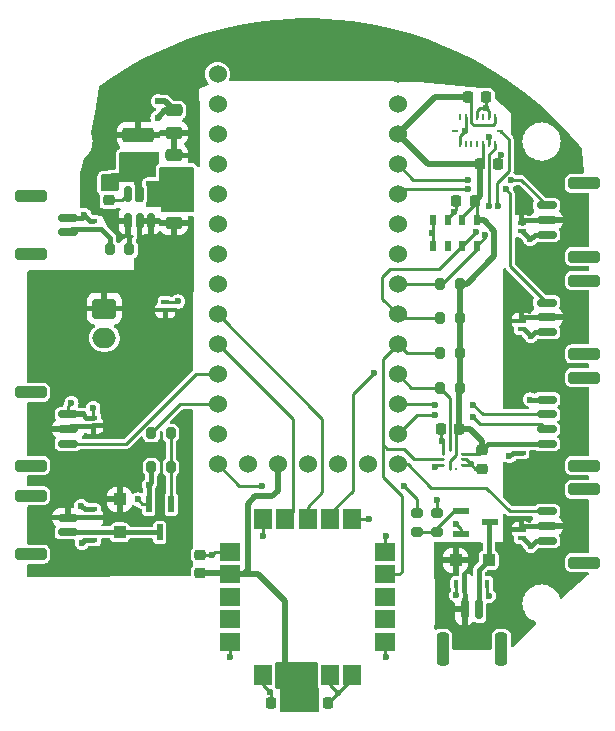
<source format=gbr>
%TF.GenerationSoftware,KiCad,Pcbnew,8.0.1*%
%TF.CreationDate,2024-04-29T03:40:20-07:00*%
%TF.ProjectId,CanSat PCB,43616e53-6174-4205-9043-422e6b696361,4*%
%TF.SameCoordinates,Original*%
%TF.FileFunction,Copper,L1,Top*%
%TF.FilePolarity,Positive*%
%FSLAX46Y46*%
G04 Gerber Fmt 4.6, Leading zero omitted, Abs format (unit mm)*
G04 Created by KiCad (PCBNEW 8.0.1) date 2024-04-29 03:40:20*
%MOMM*%
%LPD*%
G01*
G04 APERTURE LIST*
G04 Aperture macros list*
%AMRoundRect*
0 Rectangle with rounded corners*
0 $1 Rounding radius*
0 $2 $3 $4 $5 $6 $7 $8 $9 X,Y pos of 4 corners*
0 Add a 4 corners polygon primitive as box body*
4,1,4,$2,$3,$4,$5,$6,$7,$8,$9,$2,$3,0*
0 Add four circle primitives for the rounded corners*
1,1,$1+$1,$2,$3*
1,1,$1+$1,$4,$5*
1,1,$1+$1,$6,$7*
1,1,$1+$1,$8,$9*
0 Add four rect primitives between the rounded corners*
20,1,$1+$1,$2,$3,$4,$5,0*
20,1,$1+$1,$4,$5,$6,$7,0*
20,1,$1+$1,$6,$7,$8,$9,0*
20,1,$1+$1,$8,$9,$2,$3,0*%
G04 Aperture macros list end*
%TA.AperFunction,ComponentPad*%
%ADD10RoundRect,0.250000X-0.750000X0.600000X-0.750000X-0.600000X0.750000X-0.600000X0.750000X0.600000X0*%
%TD*%
%TA.AperFunction,ComponentPad*%
%ADD11O,2.000000X1.700000*%
%TD*%
%TA.AperFunction,SMDPad,CuDef*%
%ADD12RoundRect,0.050000X-0.300000X0.150000X-0.300000X-0.150000X0.300000X-0.150000X0.300000X0.150000X0*%
%TD*%
%TA.AperFunction,SMDPad,CuDef*%
%ADD13RoundRect,0.050000X0.300000X-0.150000X0.300000X0.150000X-0.300000X0.150000X-0.300000X-0.150000X0*%
%TD*%
%TA.AperFunction,SMDPad,CuDef*%
%ADD14RoundRect,0.050000X0.150000X0.300000X-0.150000X0.300000X-0.150000X-0.300000X0.150000X-0.300000X0*%
%TD*%
%TA.AperFunction,SMDPad,CuDef*%
%ADD15RoundRect,0.050000X-0.150000X-0.300000X0.150000X-0.300000X0.150000X0.300000X-0.150000X0.300000X0*%
%TD*%
%TA.AperFunction,SMDPad,CuDef*%
%ADD16RoundRect,0.250000X-1.100000X0.250000X-1.100000X-0.250000X1.100000X-0.250000X1.100000X0.250000X0*%
%TD*%
%TA.AperFunction,SMDPad,CuDef*%
%ADD17RoundRect,0.150000X-0.700000X0.150000X-0.700000X-0.150000X0.700000X-0.150000X0.700000X0.150000X0*%
%TD*%
%TA.AperFunction,SMDPad,CuDef*%
%ADD18RoundRect,0.225000X0.225000X0.250000X-0.225000X0.250000X-0.225000X-0.250000X0.225000X-0.250000X0*%
%TD*%
%TA.AperFunction,SMDPad,CuDef*%
%ADD19RoundRect,0.200000X0.200000X0.275000X-0.200000X0.275000X-0.200000X-0.275000X0.200000X-0.275000X0*%
%TD*%
%TA.AperFunction,SMDPad,CuDef*%
%ADD20RoundRect,0.225000X0.250000X-0.225000X0.250000X0.225000X-0.250000X0.225000X-0.250000X-0.225000X0*%
%TD*%
%TA.AperFunction,SMDPad,CuDef*%
%ADD21RoundRect,0.200000X-0.275000X0.200000X-0.275000X-0.200000X0.275000X-0.200000X0.275000X0.200000X0*%
%TD*%
%TA.AperFunction,SMDPad,CuDef*%
%ADD22RoundRect,0.250000X0.475000X-0.250000X0.475000X0.250000X-0.475000X0.250000X-0.475000X-0.250000X0*%
%TD*%
%TA.AperFunction,SMDPad,CuDef*%
%ADD23RoundRect,0.200000X-0.200000X-0.275000X0.200000X-0.275000X0.200000X0.275000X-0.200000X0.275000X0*%
%TD*%
%TA.AperFunction,SMDPad,CuDef*%
%ADD24R,0.550000X0.950000*%
%TD*%
%TA.AperFunction,SMDPad,CuDef*%
%ADD25RoundRect,0.250000X1.100000X-0.250000X1.100000X0.250000X-1.100000X0.250000X-1.100000X-0.250000X0*%
%TD*%
%TA.AperFunction,SMDPad,CuDef*%
%ADD26RoundRect,0.150000X0.700000X-0.150000X0.700000X0.150000X-0.700000X0.150000X-0.700000X-0.150000X0*%
%TD*%
%TA.AperFunction,SMDPad,CuDef*%
%ADD27R,1.320800X0.508000*%
%TD*%
%TA.AperFunction,SMDPad,CuDef*%
%ADD28RoundRect,0.225000X-0.250000X0.225000X-0.250000X-0.225000X0.250000X-0.225000X0.250000X0.225000X0*%
%TD*%
%TA.AperFunction,SMDPad,CuDef*%
%ADD29R,1.500000X1.800000*%
%TD*%
%TA.AperFunction,SMDPad,CuDef*%
%ADD30R,1.800000X1.500000*%
%TD*%
%TA.AperFunction,SMDPad,CuDef*%
%ADD31RoundRect,0.250000X-0.300000X-0.300000X0.300000X-0.300000X0.300000X0.300000X-0.300000X0.300000X0*%
%TD*%
%TA.AperFunction,SMDPad,CuDef*%
%ADD32RoundRect,0.150000X0.150000X-0.512500X0.150000X0.512500X-0.150000X0.512500X-0.150000X-0.512500X0*%
%TD*%
%TA.AperFunction,SMDPad,CuDef*%
%ADD33R,0.254000X0.482600*%
%TD*%
%TA.AperFunction,SMDPad,CuDef*%
%ADD34R,0.482600X0.254000*%
%TD*%
%TA.AperFunction,SMDPad,CuDef*%
%ADD35RoundRect,0.225000X-0.225000X-0.250000X0.225000X-0.250000X0.225000X0.250000X-0.225000X0.250000X0*%
%TD*%
%TA.AperFunction,ComponentPad*%
%ADD36C,1.530000*%
%TD*%
%TA.AperFunction,SMDPad,CuDef*%
%ADD37R,0.254000X0.279400*%
%TD*%
%TA.AperFunction,SMDPad,CuDef*%
%ADD38R,0.279400X0.254000*%
%TD*%
%TA.AperFunction,SMDPad,CuDef*%
%ADD39RoundRect,0.250000X-0.475000X0.250000X-0.475000X-0.250000X0.475000X-0.250000X0.475000X0.250000X0*%
%TD*%
%TA.AperFunction,SMDPad,CuDef*%
%ADD40R,0.508000X1.320800*%
%TD*%
%TA.AperFunction,SMDPad,CuDef*%
%ADD41RoundRect,0.250000X-0.300000X0.300000X-0.300000X-0.300000X0.300000X-0.300000X0.300000X0.300000X0*%
%TD*%
%TA.AperFunction,SMDPad,CuDef*%
%ADD42RoundRect,0.250000X0.250000X1.150000X-0.250000X1.150000X-0.250000X-1.150000X0.250000X-1.150000X0*%
%TD*%
%TA.AperFunction,SMDPad,CuDef*%
%ADD43RoundRect,0.150000X0.150000X0.700000X-0.150000X0.700000X-0.150000X-0.700000X0.150000X-0.700000X0*%
%TD*%
%TA.AperFunction,SMDPad,CuDef*%
%ADD44RoundRect,0.250000X1.075000X-0.375000X1.075000X0.375000X-1.075000X0.375000X-1.075000X-0.375000X0*%
%TD*%
%TA.AperFunction,ViaPad*%
%ADD45C,0.600000*%
%TD*%
%TA.AperFunction,Conductor*%
%ADD46C,0.250000*%
%TD*%
%TA.AperFunction,Conductor*%
%ADD47C,0.500000*%
%TD*%
%TA.AperFunction,Conductor*%
%ADD48C,0.400000*%
%TD*%
G04 APERTURE END LIST*
D10*
%TO.P,J8,1,Pin_1*%
%TO.N,+12V*%
X81354000Y-58282000D03*
D11*
%TO.P,J8,2,Pin_2*%
%TO.N,GND*%
X81354000Y-60782000D03*
%TD*%
D12*
%TO.P,D3,1,K*%
%TO.N,+3.3V*%
X116687600Y-69793600D03*
%TO.P,D3,2,A*%
%TO.N,GND*%
X116687600Y-70493600D03*
%TD*%
%TO.P,D4,1,K*%
%TO.N,+5V*%
X116687600Y-51048400D03*
%TO.P,D4,2,A*%
%TO.N,GND*%
X116687600Y-51748400D03*
%TD*%
%TO.P,D5,1,K*%
%TO.N,+5V*%
X116687600Y-59334400D03*
%TO.P,D5,2,A*%
%TO.N,GND*%
X116687600Y-60034400D03*
%TD*%
%TO.P,D6,1,K*%
%TO.N,+5V*%
X116687600Y-77012800D03*
%TO.P,D6,2,A*%
%TO.N,GND*%
X116687600Y-77712800D03*
%TD*%
D13*
%TO.P,D7,1,K*%
%TO.N,+12V*%
X80416400Y-68213200D03*
%TO.P,D7,2,A*%
%TO.N,GND*%
X80416400Y-67513200D03*
%TD*%
D12*
%TO.P,D8,1,K*%
%TO.N,M1*%
X80416400Y-77216000D03*
%TO.P,D8,2,A*%
%TO.N,GND*%
X80416400Y-77916000D03*
%TD*%
D13*
%TO.P,D9,1,K*%
%TO.N,+12V*%
X80416400Y-75985600D03*
%TO.P,D9,2,A*%
%TO.N,GND*%
X80416400Y-75285600D03*
%TD*%
D14*
%TO.P,D10,1,K*%
%TO.N,+5V*%
X111856000Y-81579200D03*
%TO.P,D10,2,A*%
%TO.N,GND*%
X111156000Y-81579200D03*
%TD*%
D15*
%TO.P,D11,1,K*%
%TO.N,M2*%
X113086400Y-81579200D03*
%TO.P,D11,2,A*%
%TO.N,GND*%
X113786400Y-81579200D03*
%TD*%
D13*
%TO.P,D12,1,K*%
%TO.N,+12V*%
X86512400Y-58414400D03*
%TO.P,D12,2,A*%
%TO.N,GND*%
X86512400Y-57714400D03*
%TD*%
%TO.P,D13,1,K*%
%TO.N,Net-(D13-K)*%
X80416400Y-51550800D03*
%TO.P,D13,2,A*%
%TO.N,GND*%
X80416400Y-50850800D03*
%TD*%
D16*
%TO.P,J5,MP*%
%TO.N,N/C*%
X75104000Y-71572800D03*
X75104000Y-65372800D03*
D17*
%TO.P,J5,3,Pin_3*%
%TO.N,PWM_4*%
X78304000Y-69722800D03*
%TO.P,J5,2,Pin_2*%
%TO.N,+12V*%
X78304000Y-68472800D03*
%TO.P,J5,1,Pin_1*%
%TO.N,GND*%
X78304000Y-67222800D03*
%TD*%
D18*
%TO.P,C9,1*%
%TO.N,+3.3V*%
X112691900Y-49215900D03*
%TO.P,C9,2*%
%TO.N,GND*%
X111141900Y-49215900D03*
%TD*%
D19*
%TO.P,R11,1*%
%TO.N,+5V*%
X83476600Y-53283600D03*
%TO.P,R11,2*%
%TO.N,Net-(D13-K)*%
X81826600Y-53283600D03*
%TD*%
%TO.P,R4,1*%
%TO.N,+3.3V*%
X111429600Y-65018400D03*
%TO.P,R4,2*%
%TO.N,SCL1*%
X109779600Y-65018400D03*
%TD*%
D20*
%TO.P,C2,1*%
%TO.N,Net-(U1-BST)*%
X81737200Y-49131000D03*
%TO.P,C2,2*%
%TO.N,/SW*%
X81737200Y-47581000D03*
%TD*%
%TO.P,C12,1*%
%TO.N,+3.3V*%
X89458800Y-80677800D03*
%TO.P,C12,2*%
%TO.N,GND*%
X89458800Y-79127800D03*
%TD*%
D21*
%TO.P,R7,1*%
%TO.N,FET2*%
X107848400Y-75572600D03*
%TO.P,R7,2*%
%TO.N,Net-(R7-Pad2)*%
X107848400Y-77222600D03*
%TD*%
D19*
%TO.P,R2,1*%
%TO.N,+3.3V*%
X111429600Y-56179200D03*
%TO.P,R2,2*%
%TO.N,SCL*%
X109779600Y-56179200D03*
%TD*%
D22*
%TO.P,C1,1*%
%TO.N,+12V*%
X87223600Y-51033200D03*
%TO.P,C1,2*%
%TO.N,GND*%
X87223600Y-49133200D03*
%TD*%
D23*
%TO.P,R6,1*%
%TO.N,GND*%
X85331800Y-71724000D03*
%TO.P,R6,2*%
%TO.N,Net-(R5-Pad2)*%
X86981800Y-71724000D03*
%TD*%
D19*
%TO.P,R3,1*%
%TO.N,+3.3V*%
X111429600Y-62072000D03*
%TO.P,R3,2*%
%TO.N,SDA1*%
X109779600Y-62072000D03*
%TD*%
D24*
%TO.P,U4,1,VDD*%
%TO.N,+3.3V*%
X112902900Y-50807900D03*
%TO.P,U4,2,PS*%
X111652900Y-50807900D03*
%TO.P,U4,3,GND*%
%TO.N,GND*%
X110402900Y-50807900D03*
%TO.P,U4,4,CSB*%
X109152900Y-50807900D03*
%TO.P,U4,5,CSB*%
X109152900Y-52957900D03*
%TO.P,U4,6,SDO*%
%TO.N,unconnected-(U4-SDO-Pad6)*%
X110402900Y-52957900D03*
%TO.P,U4,7,SDI/SDA*%
%TO.N,SDA*%
X111652900Y-52957900D03*
%TO.P,U4,8,SCLK*%
%TO.N,SCL*%
X112902900Y-52957900D03*
%TD*%
D25*
%TO.P,J4,MP*%
%TO.N,N/C*%
X122000000Y-73602400D03*
X122000000Y-79802400D03*
D26*
%TO.P,J4,3,Pin_3*%
%TO.N,PWM_3*%
X118800000Y-75452400D03*
%TO.P,J4,2,Pin_2*%
%TO.N,+5V*%
X118800000Y-76702400D03*
%TO.P,J4,1,Pin_1*%
%TO.N,GND*%
X118800000Y-77952400D03*
%TD*%
D23*
%TO.P,R5,1*%
%TO.N,FET1*%
X85331800Y-68828400D03*
%TO.P,R5,2*%
%TO.N,Net-(R5-Pad2)*%
X86981800Y-68828400D03*
%TD*%
D27*
%TO.P,U8,1,1*%
%TO.N,Net-(R7-Pad2)*%
X111582200Y-75447599D03*
%TO.P,U8,2,2*%
%TO.N,GND*%
X111582200Y-77347601D03*
%TO.P,U8,3,3*%
%TO.N,M2*%
X113969800Y-76397600D03*
%TD*%
D28*
%TO.P,C6,1*%
%TO.N,+3.3V*%
X113334800Y-70288600D03*
%TO.P,C6,2*%
%TO.N,GND*%
X113334800Y-71838600D03*
%TD*%
D29*
%TO.P,U5,1,GND*%
%TO.N,GND*%
X94752000Y-89296800D03*
%TO.P,U5,2,V_IO*%
%TO.N,+3.3V*%
X96652000Y-89296800D03*
%TO.P,U5,3,V_BCKP*%
X98552000Y-89296800D03*
%TO.P,U5,4,GND__1*%
%TO.N,GND*%
X100452000Y-89296800D03*
%TO.P,U5,5,GND__2*%
X102352000Y-89296800D03*
D30*
%TO.P,U5,6,GND__3*%
X105152000Y-86496800D03*
%TO.P,U5,7,TIMEPULSE*%
%TO.N,unconnected-(U5-TIMEPULSE-Pad7)*%
X105152000Y-84596800D03*
%TO.P,U5,8,~{SAFEBOOT}*%
%TO.N,unconnected-(U5-~{SAFEBOOT}-Pad8)*%
X105152000Y-82696800D03*
%TO.P,U5,9,SDA*%
%TO.N,SDA1*%
X105152000Y-80796800D03*
%TO.P,U5,10,GND__4*%
%TO.N,GND*%
X105152000Y-78896800D03*
D29*
%TO.P,U5,11,GND__5*%
X102352000Y-76096800D03*
%TO.P,U5,12,SCL*%
%TO.N,SCL1*%
X100452000Y-76096800D03*
%TO.P,U5,13,TXD*%
%TO.N,TX_GPS*%
X98552000Y-76096800D03*
%TO.P,U5,14,RXD*%
%TO.N,RX_GPS*%
X96652000Y-76096800D03*
%TO.P,U5,15,GND__6*%
%TO.N,GND*%
X94752000Y-76096800D03*
D30*
%TO.P,U5,16,GND__7*%
X91952000Y-78896800D03*
%TO.P,U5,17,VCC*%
%TO.N,+3.3V*%
X91952000Y-80796800D03*
%TO.P,U5,18,~{RESET}*%
%TO.N,unconnected-(U5-~{RESET}-Pad18)*%
X91952000Y-82696800D03*
%TO.P,U5,19,EXTINT*%
%TO.N,unconnected-(U5-EXTINT-Pad19)*%
X91952000Y-84596800D03*
%TO.P,U5,20,GND__8*%
%TO.N,GND*%
X91952000Y-86496800D03*
%TD*%
D31*
%TO.P,D2,1,K*%
%TO.N,+5V*%
X111085400Y-79598000D03*
%TO.P,D2,2,A*%
%TO.N,M2*%
X113885400Y-79598000D03*
%TD*%
D21*
%TO.P,R8,1*%
%TO.N,GND*%
X109524800Y-75572600D03*
%TO.P,R8,2*%
%TO.N,Net-(R7-Pad2)*%
X109524800Y-77222600D03*
%TD*%
D32*
%TO.P,U1,1,FB*%
%TO.N,+5V*%
X83378000Y-50865100D03*
%TO.P,U1,2,EN*%
%TO.N,+12V*%
X84328000Y-50865100D03*
%TO.P,U1,3,IN*%
X85278000Y-50865100D03*
%TO.P,U1,4,GND*%
%TO.N,GND*%
X85278000Y-48590100D03*
%TO.P,U1,5,SW*%
%TO.N,/SW*%
X84328000Y-48590100D03*
%TO.P,U1,6,BST*%
%TO.N,Net-(U1-BST)*%
X83378000Y-48590100D03*
%TD*%
D25*
%TO.P,J2,MP*%
%TO.N,N/C*%
X122000000Y-47694400D03*
X122000000Y-53894400D03*
D26*
%TO.P,J2,3,Pin_3*%
%TO.N,PWM_1*%
X118800000Y-49544400D03*
%TO.P,J2,2,Pin_2*%
%TO.N,+5V*%
X118800000Y-50794400D03*
%TO.P,J2,1,Pin_1*%
%TO.N,GND*%
X118800000Y-52044400D03*
%TD*%
D33*
%TO.P,U3,1,INT2*%
%TO.N,unconnected-(U3-INT2-Pad1)*%
X111428400Y-42069500D03*
%TO.P,U3,2,NC*%
%TO.N,GND*%
X111928399Y-42069500D03*
%TO.P,U3,3,VDD*%
%TO.N,+3.3V*%
X112428401Y-42069500D03*
%TO.P,U3,4,GNDA*%
%TO.N,GND*%
X112928400Y-42069500D03*
%TO.P,U3,5,CSB2*%
%TO.N,unconnected-(U3-CSB2-Pad5)*%
X113428399Y-42069500D03*
%TO.P,U3,6,GNDIO*%
%TO.N,GND*%
X113928401Y-42069500D03*
%TO.P,U3,7,PS*%
%TO.N,+3.3V*%
X114428400Y-42069500D03*
D34*
%TO.P,U3,8,SCL/SCK*%
%TO.N,SCL*%
X114839700Y-43225200D03*
D33*
%TO.P,U3,9,SDA/SDI*%
%TO.N,SDA*%
X114428400Y-44380900D03*
%TO.P,U3,10,SDO2*%
%TO.N,GND*%
X113928401Y-44380900D03*
%TO.P,U3,11,VDDIO*%
%TO.N,+3.3V*%
X113428399Y-44380900D03*
%TO.P,U3,12,INT3*%
%TO.N,unconnected-(U3-INT3-Pad12)*%
X112928400Y-44380900D03*
%TO.P,U3,13,INT4*%
%TO.N,unconnected-(U3-INT4-Pad13)*%
X112428401Y-44380900D03*
%TO.P,U3,14,CSB1*%
%TO.N,unconnected-(U3-CSB1-Pad14)*%
X111928399Y-44380900D03*
%TO.P,U3,15,SDO1*%
%TO.N,GND*%
X111428400Y-44380900D03*
D34*
%TO.P,U3,16,INT1*%
%TO.N,unconnected-(U3-INT1-Pad16)*%
X111017100Y-43225200D03*
%TD*%
D35*
%TO.P,C7,1*%
%TO.N,+3.3V*%
X113118600Y-46070000D03*
%TO.P,C7,2*%
%TO.N,GND*%
X114668600Y-46070000D03*
%TD*%
%TO.P,C11,1*%
%TO.N,+3.3V*%
X98742200Y-91721100D03*
%TO.P,C11,2*%
%TO.N,GND*%
X100292200Y-91721100D03*
%TD*%
D22*
%TO.P,C4,1*%
%TO.N,+5V*%
X87223600Y-43413200D03*
%TO.P,C4,2*%
%TO.N,GND*%
X87223600Y-41513200D03*
%TD*%
D36*
%TO.P,U6,0,0*%
%TO.N,unconnected-(U6-Pad0)*%
X90932000Y-40990000D03*
%TO.P,U6,1,1*%
%TO.N,unconnected-(U6-Pad1)*%
X90932000Y-43530000D03*
%TO.P,U6,2,2*%
%TO.N,unconnected-(U6-Pad2)*%
X90932000Y-46070000D03*
%TO.P,U6,3,3*%
%TO.N,unconnected-(U6-Pad3)*%
X90932000Y-48610000D03*
%TO.P,U6,3.3V_1,3.3V_1*%
%TO.N,+3.3V*%
X96012000Y-71470000D03*
%TO.P,U6,3.3V_2,3.3V_2*%
X106172000Y-43530000D03*
%TO.P,U6,4,4*%
%TO.N,unconnected-(U6-Pad4)*%
X90932000Y-51150000D03*
%TO.P,U6,5,5*%
%TO.N,unconnected-(U6-Pad5)*%
X90932000Y-53690000D03*
%TO.P,U6,6,6*%
%TO.N,unconnected-(U6-Pad6)*%
X90932000Y-56230000D03*
%TO.P,U6,7,7*%
%TO.N,TX_GPS*%
X90932000Y-58770000D03*
%TO.P,U6,8,8*%
%TO.N,RX_GPS*%
X90932000Y-61310000D03*
%TO.P,U6,9,9*%
%TO.N,PWM_4*%
X90932000Y-63850000D03*
%TO.P,U6,10,10*%
%TO.N,FET1*%
X90932000Y-66390000D03*
%TO.P,U6,11,11*%
%TO.N,unconnected-(U6-Pad11)*%
X90932000Y-68930000D03*
%TO.P,U6,12,12*%
%TO.N,FET2*%
X90932000Y-71470000D03*
%TO.P,U6,13,13*%
%TO.N,PWM_3*%
X106172000Y-71470000D03*
%TO.P,U6,14,14*%
%TO.N,TXD*%
X106172000Y-68930000D03*
%TO.P,U6,15,15*%
%TO.N,RXD*%
X106172000Y-66390000D03*
%TO.P,U6,16,16*%
%TO.N,SCL1*%
X106172000Y-63850000D03*
%TO.P,U6,17,17*%
%TO.N,SDA1*%
X106172000Y-61310000D03*
%TO.P,U6,18,18*%
%TO.N,SDA*%
X106172000Y-58770000D03*
%TO.P,U6,19,19*%
%TO.N,SCL*%
X106172000Y-56230000D03*
%TO.P,U6,20,20*%
%TO.N,unconnected-(U6-Pad20)*%
X106172000Y-53690000D03*
%TO.P,U6,21,21*%
%TO.N,unconnected-(U6-Pad21)*%
X106172000Y-51150000D03*
%TO.P,U6,22,22*%
%TO.N,PWM_2*%
X106172000Y-48610000D03*
%TO.P,U6,23,23*%
%TO.N,PWM_1*%
X106172000Y-46070000D03*
%TO.P,U6,G1,G1*%
%TO.N,GND*%
X90932000Y-38450000D03*
%TO.P,U6,G2,G2*%
X98552000Y-71470000D03*
%TO.P,U6,G3,G3*%
X106172000Y-40990000D03*
%TO.P,U6,ON-OFF,ON/OFF*%
%TO.N,unconnected-(U6-ON{slash}OFF-PadON-OFF)*%
X103632000Y-71470000D03*
%TO.P,U6,PGM,PROGRAM*%
%TO.N,unconnected-(U6-PROGRAM-PadPGM)*%
X101092000Y-71470000D03*
%TO.P,U6,VBAT,VBAT*%
%TO.N,unconnected-(U6-PadVBAT)*%
X93472000Y-71470000D03*
%TO.P,U6,VIN,VIN*%
%TO.N,+5V*%
X106172000Y-38450000D03*
%TD*%
D37*
%TO.P,U2,1,VDDIO*%
%TO.N,+3.3V*%
X111095600Y-70276200D03*
%TO.P,U2,2,SCK*%
%TO.N,SCL1*%
X110595600Y-70276200D03*
D38*
%TO.P,U2,3,VSS*%
%TO.N,GND*%
X110058200Y-70563601D03*
%TO.P,U2,4,SDI*%
%TO.N,SDA1*%
X110058200Y-71063600D03*
%TO.P,U2,5,SDO*%
%TO.N,GND*%
X110058200Y-71563599D03*
D37*
%TO.P,U2,6,CSB*%
%TO.N,+3.3V*%
X110595600Y-71851000D03*
%TO.P,U2,7,INT*%
%TO.N,unconnected-(U2-INT-Pad7)*%
X111095600Y-71851000D03*
D38*
%TO.P,U2,8,VSS*%
%TO.N,GND*%
X111633000Y-71563599D03*
%TO.P,U2,9,VSS*%
X111633000Y-71063600D03*
%TO.P,U2,10,VDD*%
%TO.N,+3.3V*%
X111633000Y-70563601D03*
%TD*%
D19*
%TO.P,R1,1*%
%TO.N,+3.3V*%
X111429600Y-59125600D03*
%TO.P,R1,2*%
%TO.N,SDA*%
X109779600Y-59125600D03*
%TD*%
D35*
%TO.P,C8,1*%
%TO.N,+3.3V*%
X112102600Y-40380400D03*
%TO.P,C8,2*%
%TO.N,GND*%
X113652600Y-40380400D03*
%TD*%
D16*
%TO.P,J6,MP*%
%TO.N,N/C*%
X75104000Y-79075800D03*
X75104000Y-74125800D03*
D17*
%TO.P,J6,2,Pin_2*%
%TO.N,M1*%
X78304000Y-77225800D03*
%TO.P,J6,1,Pin_1*%
%TO.N,+12V*%
X78304000Y-75975800D03*
%TD*%
D39*
%TO.P,C3,1*%
%TO.N,+5V*%
X87223600Y-45323200D03*
%TO.P,C3,2*%
%TO.N,GND*%
X87223600Y-47223200D03*
%TD*%
D25*
%TO.P,J1,MP*%
%TO.N,N/C*%
X122000000Y-64138200D03*
X122000000Y-71588200D03*
D26*
%TO.P,J1,4,Pin_4*%
%TO.N,GND*%
X118800000Y-65988200D03*
%TO.P,J1,3,Pin_3*%
%TO.N,RXD*%
X118800000Y-67238200D03*
%TO.P,J1,2,Pin_2*%
%TO.N,TXD*%
X118800000Y-68488200D03*
%TO.P,J1,1,Pin_1*%
%TO.N,+3.3V*%
X118800000Y-69738200D03*
%TD*%
D40*
%TO.P,U7,1,1*%
%TO.N,Net-(R5-Pad2)*%
X87005201Y-74848200D03*
%TO.P,U7,2,2*%
%TO.N,GND*%
X85105199Y-74848200D03*
%TO.P,U7,3,3*%
%TO.N,M1*%
X86055200Y-77235800D03*
%TD*%
D18*
%TO.P,C5,1*%
%TO.N,+3.3V*%
X111379600Y-68498200D03*
%TO.P,C5,2*%
%TO.N,GND*%
X109829600Y-68498200D03*
%TD*%
%TO.P,C10,1*%
%TO.N,+3.3V*%
X96990200Y-91721100D03*
%TO.P,C10,2*%
%TO.N,GND*%
X95440200Y-91721100D03*
%TD*%
D41*
%TO.P,D1,1,K*%
%TO.N,+12V*%
X82651600Y-74438800D03*
%TO.P,D1,2,A*%
%TO.N,M1*%
X82651600Y-77238800D03*
%TD*%
D42*
%TO.P,J7,MP*%
%TO.N,N/C*%
X109996200Y-87094000D03*
X114946200Y-87094000D03*
D43*
%TO.P,J7,2,Pin_2*%
%TO.N,+5V*%
X111846200Y-83744000D03*
%TO.P,J7,1,Pin_1*%
%TO.N,M2*%
X113096200Y-83744000D03*
%TD*%
D16*
%TO.P,J9,MP*%
%TO.N,N/C*%
X75104000Y-53675800D03*
X75104000Y-48725800D03*
D17*
%TO.P,J9,2,Pin_2*%
%TO.N,Net-(D13-K)*%
X78304000Y-51825800D03*
%TO.P,J9,1,Pin_1*%
%TO.N,GND*%
X78304000Y-50575800D03*
%TD*%
D25*
%TO.P,J3,MP*%
%TO.N,N/C*%
X122000000Y-55924000D03*
X122000000Y-62124000D03*
D26*
%TO.P,J3,3,Pin_3*%
%TO.N,PWM_2*%
X118800000Y-57774000D03*
%TO.P,J3,2,Pin_2*%
%TO.N,+5V*%
X118800000Y-59024000D03*
%TO.P,J3,1,Pin_1*%
%TO.N,GND*%
X118800000Y-60274000D03*
%TD*%
D44*
%TO.P,L1,1,1*%
%TO.N,/SW*%
X84226400Y-46403200D03*
%TO.P,L1,2,2*%
%TO.N,+5V*%
X84226400Y-43603200D03*
%TD*%
D45*
%TO.N,GND*%
X84175600Y-74447400D03*
X80416400Y-66700400D03*
X78562200Y-66294000D03*
%TO.N,FET2*%
X94691200Y-73304400D03*
%TO.N,GND*%
X115646200Y-70764400D03*
X85902800Y-40741600D03*
%TO.N,TXD*%
X109321600Y-67259200D03*
%TO.N,RXD*%
X109321600Y-66446400D03*
%TO.N,GND*%
X111861600Y-43276000D03*
X117449600Y-78378800D03*
X95351600Y-90723200D03*
X109372400Y-71688600D03*
X111128246Y-82550401D03*
X79502000Y-67253600D03*
X79451200Y-78124800D03*
X87604600Y-57683400D03*
X103784400Y-76092800D03*
X105156000Y-87827600D03*
X85140800Y-73197200D03*
X85852000Y-42113200D03*
X105156000Y-77566000D03*
X114945000Y-45249389D03*
X112369600Y-71470000D03*
X109524800Y-74518000D03*
X90474800Y-79140800D03*
X117449600Y-60598800D03*
X111099600Y-76499200D03*
X86055200Y-48559200D03*
X113639600Y-41294800D03*
X110949981Y-50074276D03*
X94742000Y-77566000D03*
X109118400Y-51861200D03*
X87884000Y-48152800D03*
X79400400Y-74975200D03*
X109966600Y-69539600D03*
X86004400Y-47797200D03*
X91948000Y-87776800D03*
X88544400Y-49727600D03*
X113944400Y-43733200D03*
X117398800Y-52420000D03*
X86918800Y-48152800D03*
X101142800Y-90824800D03*
X113886400Y-82595200D03*
X79654400Y-50337200D03*
X117398800Y-65988200D03*
%TO.N,PWM_2*%
X115316000Y-48203600D03*
X112166400Y-48203600D03*
%TO.N,PWM_1*%
X112166400Y-47390800D03*
X115773200Y-47390800D03*
%TO.N,SDA*%
X112835293Y-51828945D03*
X113893600Y-49575200D03*
%TO.N,SCL*%
X113600800Y-52061331D03*
X114693603Y-49575200D03*
%TO.N,SCL1*%
X104157700Y-63715300D03*
%TO.N,RXD*%
X112572800Y-66440800D03*
%TO.N,TXD*%
X112572800Y-67456800D03*
%TO.N,FET2*%
X106705400Y-73298800D03*
%TD*%
D46*
%TO.N,GND*%
X84576400Y-74848200D02*
X84175600Y-74447400D01*
X85105199Y-74848200D02*
X84576400Y-74848200D01*
X80416400Y-67513200D02*
X80416400Y-66700400D01*
X78304000Y-66552200D02*
X78562200Y-66294000D01*
X78304000Y-67222800D02*
X78304000Y-66552200D01*
%TO.N,TX_GPS*%
X99796600Y-67634600D02*
X99796600Y-67945000D01*
X90932000Y-58770000D02*
X99796600Y-67634600D01*
X99796600Y-73849000D02*
X99796600Y-67945000D01*
%TO.N,RX_GPS*%
X97282000Y-67792600D02*
X97282000Y-75521800D01*
X97282000Y-67660000D02*
X97282000Y-67792600D01*
X90932000Y-61310000D02*
X97282000Y-67660000D01*
%TO.N,TX_GPS*%
X98552000Y-75093600D02*
X99796600Y-73849000D01*
X98552000Y-76096800D02*
X98552000Y-75093600D01*
%TO.N,RX_GPS*%
X97227000Y-75521800D02*
X96652000Y-76096800D01*
D47*
%TO.N,+3.3V*%
X96012000Y-71470000D02*
X96012000Y-73705200D01*
D46*
%TO.N,FET2*%
X94691200Y-73304400D02*
X92766400Y-73304400D01*
X92766400Y-73304400D02*
X90932000Y-71470000D01*
X107848400Y-74441800D02*
X107848400Y-75572600D01*
X106705400Y-73298800D02*
X107848400Y-74441800D01*
D48*
%TO.N,GND*%
X115917000Y-70493600D02*
X115646200Y-70764400D01*
X116687600Y-70493600D02*
X115917000Y-70493600D01*
D46*
X87604600Y-57683400D02*
X87573600Y-57714400D01*
X87573600Y-57714400D02*
X86512400Y-57714400D01*
D47*
X87223600Y-41494000D02*
X86471200Y-40741600D01*
X86471200Y-40741600D02*
X85902800Y-40741600D01*
D46*
X87223600Y-41513200D02*
X87223600Y-41494000D01*
D47*
X86452000Y-41513200D02*
X85852000Y-42113200D01*
X87223600Y-41513200D02*
X86452000Y-41513200D01*
D46*
%TO.N,TXD*%
X113137200Y-68021200D02*
X112572800Y-67456800D01*
X118333000Y-68021200D02*
X113137200Y-68021200D01*
X118800000Y-68488200D02*
X118333000Y-68021200D01*
%TO.N,RXD*%
X113370200Y-67238200D02*
X112572800Y-66440800D01*
X118800000Y-67238200D02*
X113370200Y-67238200D01*
%TO.N,TXD*%
X107842800Y-67259200D02*
X106172000Y-68930000D01*
X109321600Y-67259200D02*
X107842800Y-67259200D01*
%TO.N,RXD*%
X109265200Y-66390000D02*
X106172000Y-66390000D01*
X109321600Y-66446400D02*
X109265200Y-66390000D01*
%TO.N,Net-(U1-BST)*%
X82837100Y-49131000D02*
X83378000Y-48590100D01*
X81737200Y-49131000D02*
X82837100Y-49131000D01*
%TO.N,GND*%
X113652600Y-41281800D02*
X113639600Y-41294800D01*
X91952000Y-87772800D02*
X91948000Y-87776800D01*
X89458800Y-79127800D02*
X90461800Y-79127800D01*
X111582200Y-76981800D02*
X111099600Y-76499200D01*
X109497401Y-71563599D02*
X109372400Y-71688600D01*
X113652600Y-40380400D02*
X113652600Y-41281800D01*
X111141900Y-49215900D02*
X111141900Y-49882357D01*
X100452000Y-90134000D02*
X101142800Y-90824800D01*
X102352000Y-89615600D02*
X101142800Y-90824800D01*
X94752000Y-76096800D02*
X94752000Y-77556000D01*
X109152900Y-51895700D02*
X109118400Y-51861200D01*
X113928401Y-44380900D02*
X113928401Y-43749199D01*
X109152900Y-52957900D02*
X109152900Y-51895700D01*
D48*
X80168000Y-50850800D02*
X79654400Y-50337200D01*
D46*
X102352000Y-76096800D02*
X103780400Y-76096800D01*
X94752000Y-90123600D02*
X95351600Y-90723200D01*
X116687600Y-60034400D02*
X116885200Y-60034400D01*
X109829600Y-68498200D02*
X109829600Y-69402600D01*
D48*
X79761600Y-67513200D02*
X79502000Y-67253600D01*
D46*
X111633000Y-71563599D02*
X112276001Y-71563599D01*
X95440200Y-90811800D02*
X95351600Y-90723200D01*
X94752000Y-89296800D02*
X94752000Y-90123600D01*
D48*
X117774400Y-52044400D02*
X117398800Y-52420000D01*
X116885200Y-60034400D02*
X117449600Y-60598800D01*
D46*
X111156000Y-82522647D02*
X111128246Y-82550401D01*
D48*
X116783600Y-77712800D02*
X117449600Y-78378800D01*
D46*
X90461800Y-79127800D02*
X90474800Y-79140800D01*
D48*
X85105199Y-74848200D02*
X85105199Y-73232801D01*
D46*
X113184799Y-41294800D02*
X112928400Y-41551199D01*
X111928399Y-42069500D02*
X111928399Y-43209201D01*
X112928400Y-41551199D02*
X112928400Y-42069500D01*
X105152000Y-87823600D02*
X105156000Y-87827600D01*
X111428400Y-44380900D02*
X111428400Y-43709200D01*
X111928399Y-43209201D02*
X111861600Y-43276000D01*
D48*
X80416400Y-77916000D02*
X79660000Y-77916000D01*
D46*
X110402900Y-50807900D02*
X110402900Y-50621357D01*
D48*
X80416400Y-75285600D02*
X79710800Y-75285600D01*
D46*
X113786400Y-82495200D02*
X113886400Y-82595200D01*
D48*
X117774400Y-60274000D02*
X117449600Y-60598800D01*
D46*
X103780400Y-76096800D02*
X103784400Y-76092800D01*
X111633000Y-71063600D02*
X111963200Y-71063600D01*
D48*
X79710800Y-75285600D02*
X79400400Y-74975200D01*
D46*
X111582200Y-77347601D02*
X111582200Y-76981800D01*
X95440200Y-91721100D02*
X95440200Y-90811800D01*
X111141900Y-49882357D02*
X110949981Y-50074276D01*
X111156000Y-81579200D02*
X111156000Y-82522647D01*
X105152000Y-77570000D02*
X105156000Y-77566000D01*
X110058200Y-69631200D02*
X109966600Y-69539600D01*
D48*
X79660000Y-77916000D02*
X79451200Y-78124800D01*
D46*
X111963200Y-71063600D02*
X112369600Y-71470000D01*
X109152900Y-51826700D02*
X109118400Y-51861200D01*
X112276001Y-71563599D02*
X112369600Y-71470000D01*
X113639600Y-41294800D02*
X113754200Y-41180200D01*
D48*
X80416400Y-50850800D02*
X80168000Y-50850800D01*
D46*
X113786400Y-81579200D02*
X113786400Y-82495200D01*
X110058200Y-71563599D02*
X109497401Y-71563599D01*
D48*
X85331800Y-73006200D02*
X85140800Y-73197200D01*
D46*
X112738200Y-71838600D02*
X112369600Y-71470000D01*
X114668600Y-45525789D02*
X114945000Y-45249389D01*
D48*
X79415800Y-50575800D02*
X79654400Y-50337200D01*
D46*
X114668600Y-46070000D02*
X114668600Y-45525789D01*
D48*
X117876000Y-77952400D02*
X117449600Y-78378800D01*
D46*
X113928401Y-41583601D02*
X113928401Y-42069500D01*
D48*
X118800000Y-52044400D02*
X117774400Y-52044400D01*
D46*
X109829600Y-69402600D02*
X109966600Y-69539600D01*
D48*
X117398800Y-65988200D02*
X118800000Y-65988200D01*
D46*
X90718800Y-78896800D02*
X90474800Y-79140800D01*
D48*
X116727200Y-51748400D02*
X117398800Y-52420000D01*
D46*
X94752000Y-77556000D02*
X94742000Y-77566000D01*
X113639600Y-41294800D02*
X113928401Y-41583601D01*
X105152000Y-86496800D02*
X105152000Y-87823600D01*
X102352000Y-89296800D02*
X102352000Y-89615600D01*
X100452000Y-89296800D02*
X100452000Y-90134000D01*
X79471200Y-67222800D02*
X79502000Y-67253600D01*
X91952000Y-78896800D02*
X90718800Y-78896800D01*
X109152900Y-50807900D02*
X109152900Y-51826700D01*
X85105199Y-73232801D02*
X85140800Y-73197200D01*
X111428400Y-43709200D02*
X111861600Y-43276000D01*
D48*
X85331800Y-71724000D02*
X85331800Y-73006200D01*
X118800000Y-77952400D02*
X117876000Y-77952400D01*
D46*
X116687600Y-77712800D02*
X116783600Y-77712800D01*
X110402900Y-50621357D02*
X110949981Y-50074276D01*
X116687600Y-51748400D02*
X116727200Y-51748400D01*
D48*
X78304000Y-50575800D02*
X79415800Y-50575800D01*
D46*
X113334800Y-71838600D02*
X112738200Y-71838600D01*
X91952000Y-86496800D02*
X91952000Y-87772800D01*
X110058200Y-70563601D02*
X110058200Y-69631200D01*
X105152000Y-78896800D02*
X105152000Y-77570000D01*
X100292200Y-91721100D02*
X100292200Y-91675400D01*
X100292200Y-91675400D02*
X101142800Y-90824800D01*
D48*
X118800000Y-60274000D02*
X117774400Y-60274000D01*
D46*
X113928401Y-43749199D02*
X113944400Y-43733200D01*
X113639600Y-41294800D02*
X113184799Y-41294800D01*
D48*
X80416400Y-67513200D02*
X79761600Y-67513200D01*
D46*
X109524800Y-75572600D02*
X109524800Y-74518000D01*
D47*
X78304000Y-67222800D02*
X79471200Y-67222800D01*
%TO.N,+5V*%
X119380000Y-59024000D02*
X118800000Y-59024000D01*
D48*
X118800000Y-76702400D02*
X116948000Y-76702400D01*
X118800000Y-50794400D02*
X116891600Y-50794400D01*
X116948000Y-76702400D02*
X116687600Y-76962800D01*
X116948000Y-59024000D02*
X116687600Y-59284400D01*
X118800000Y-59024000D02*
X116948000Y-59024000D01*
D46*
X83899200Y-43603200D02*
X84226400Y-43603200D01*
D48*
X116891600Y-50794400D02*
X116687600Y-50998400D01*
D46*
%TO.N,+3.3V*%
X112428401Y-40604601D02*
X112204200Y-40380400D01*
X111379600Y-65068400D02*
X111429600Y-65018400D01*
X111652900Y-50495100D02*
X112691900Y-49456100D01*
D47*
X93472000Y-80426800D02*
X93177000Y-80721800D01*
X111429600Y-62072000D02*
X111429600Y-59125600D01*
D46*
X111379600Y-68498200D02*
X111544400Y-68498200D01*
D47*
X112204200Y-40380400D02*
X109321600Y-40380400D01*
D46*
X112877600Y-50782600D02*
X112902900Y-50807900D01*
D47*
X114350800Y-51708800D02*
X113449900Y-50807900D01*
D48*
X116687600Y-69793600D02*
X113829800Y-69793600D01*
D46*
X111290400Y-65347800D02*
X111619800Y-65018400D01*
D47*
X111429600Y-56179200D02*
X112014000Y-56179200D01*
D46*
X110595600Y-71192900D02*
X111095600Y-70692900D01*
X111652900Y-50807900D02*
X111652900Y-50495100D01*
D47*
X95554800Y-74162400D02*
X94136400Y-74162400D01*
D46*
X113428399Y-45760201D02*
X113118600Y-46070000D01*
X114428400Y-42587801D02*
X114428400Y-42069500D01*
X114248201Y-42768000D02*
X114428400Y-42587801D01*
D47*
X89458800Y-80677800D02*
X91833000Y-80677800D01*
X112691900Y-49215900D02*
X113118600Y-48789200D01*
X111429600Y-59125600D02*
X111429600Y-56179200D01*
D46*
X112691900Y-49215900D02*
X112877600Y-49401600D01*
D47*
X96652000Y-83032000D02*
X96652000Y-89296800D01*
X112014000Y-56179200D02*
X114350800Y-53842400D01*
D46*
X112428401Y-40706201D02*
X112102600Y-40380400D01*
D47*
X108712000Y-46070000D02*
X106172000Y-43530000D01*
X93472000Y-74826800D02*
X93472000Y-80426800D01*
X96012000Y-73705200D02*
X95554800Y-74162400D01*
X93177000Y-80721800D02*
X93102000Y-80796800D01*
D46*
X111429600Y-56179200D02*
X111506000Y-56179200D01*
D47*
X111544400Y-68498200D02*
X112293400Y-68498200D01*
D46*
X112428401Y-42069500D02*
X112428401Y-40706201D01*
X112691900Y-49456100D02*
X112691900Y-49215900D01*
D47*
X113449900Y-50807900D02*
X112902900Y-50807900D01*
X93102000Y-80796800D02*
X91952000Y-80796800D01*
D48*
X113829800Y-69793600D02*
X113334800Y-70288600D01*
D47*
X114350800Y-53842400D02*
X114350800Y-51708800D01*
D46*
X111095600Y-70276200D02*
X111095600Y-68693000D01*
X113059799Y-70563601D02*
X113334800Y-70288600D01*
X112428401Y-42587801D02*
X112608600Y-42768000D01*
D47*
X112293400Y-68498200D02*
X113334800Y-69539600D01*
D48*
X116743000Y-69738200D02*
X116687600Y-69793600D01*
D46*
X112608600Y-42768000D02*
X114248201Y-42768000D01*
X112428401Y-42069500D02*
X112428401Y-42587801D01*
X91833000Y-80677800D02*
X91952000Y-80796800D01*
D47*
X111379600Y-68498200D02*
X111379600Y-65068400D01*
D48*
X118800000Y-69738200D02*
X116743000Y-69738200D01*
D46*
X111095600Y-70692900D02*
X111095600Y-70276200D01*
D47*
X93177000Y-80721800D02*
X94341800Y-80721800D01*
X113118600Y-46070000D02*
X108712000Y-46070000D01*
X94136400Y-74162400D02*
X93472000Y-74826800D01*
D46*
X112877600Y-49401600D02*
X112877600Y-50782600D01*
X110595600Y-71851000D02*
X110595600Y-71192900D01*
X111633000Y-70563601D02*
X113059799Y-70563601D01*
D47*
X111429600Y-65018400D02*
X111429600Y-62072000D01*
X113334800Y-69539600D02*
X113334800Y-70288600D01*
D46*
X111095600Y-68693000D02*
X111290400Y-68498200D01*
D47*
X113118600Y-48789200D02*
X113118600Y-46070000D01*
X109321600Y-40380400D02*
X106172000Y-43530000D01*
D46*
X113428399Y-44380900D02*
X113428399Y-45760201D01*
D47*
X94341800Y-80721800D02*
X96652000Y-83032000D01*
D46*
%TO.N,PWM_2*%
X106578400Y-48203600D02*
X106172000Y-48610000D01*
X118800000Y-57774000D02*
X115671600Y-54645600D01*
X112166400Y-48203600D02*
X106578400Y-48203600D01*
X115671600Y-48559200D02*
X115316000Y-48203600D01*
X115671600Y-54645600D02*
X115671600Y-48559200D01*
%TO.N,PWM_1*%
X116646400Y-47390800D02*
X118800000Y-49544400D01*
X115773200Y-47390800D02*
X116646400Y-47390800D01*
X107492800Y-47390800D02*
X106172000Y-46070000D01*
X112166400Y-47390800D02*
X107492800Y-47390800D01*
%TO.N,SDA*%
X106527600Y-59125600D02*
X106172000Y-58770000D01*
X109650800Y-54960000D02*
X105511600Y-54960000D01*
X104851200Y-55620400D02*
X104851200Y-57449200D01*
X114428400Y-44722400D02*
X114428400Y-44380900D01*
X105511600Y-54960000D02*
X104851200Y-55620400D01*
X113893600Y-45257200D02*
X114428400Y-44722400D01*
X111652900Y-52957900D02*
X109650800Y-54960000D01*
X112835293Y-51828945D02*
X112781855Y-51828945D01*
X113893600Y-49575200D02*
X113893600Y-45257200D01*
X112781855Y-51828945D02*
X111652900Y-52957900D01*
X104851200Y-57449200D02*
X106172000Y-58770000D01*
X109779600Y-59125600D02*
X106527600Y-59125600D01*
%TO.N,SCL*%
X106222800Y-56179200D02*
X106172000Y-56230000D01*
X114693603Y-49575200D02*
X114554000Y-49435597D01*
X114554000Y-49435597D02*
X114554000Y-47644800D01*
X115570000Y-43955500D02*
X114839700Y-43225200D01*
X113600800Y-52061331D02*
X113600800Y-52260000D01*
X115570000Y-46628800D02*
X115570000Y-43955500D01*
X112902900Y-53246100D02*
X109969800Y-56179200D01*
X109779600Y-56179200D02*
X106222800Y-56179200D01*
X114554000Y-47644800D02*
X115570000Y-46628800D01*
X113600800Y-52260000D02*
X112902900Y-52957900D01*
X112902900Y-52957900D02*
X112902900Y-53246100D01*
X112902900Y-52957900D02*
X112902900Y-52750300D01*
%TO.N,SDA1*%
X106527600Y-74162400D02*
X104902000Y-72536800D01*
X106302000Y-80796800D02*
X106527600Y-80571200D01*
X110058200Y-71063600D02*
X107594400Y-71063600D01*
X109779600Y-62072000D02*
X106934000Y-62072000D01*
X106527600Y-80571200D02*
X106527600Y-74162400D01*
X105308400Y-70200000D02*
X104902000Y-69793600D01*
X104902000Y-62580000D02*
X106172000Y-61310000D01*
X106934000Y-62072000D02*
X106172000Y-61310000D01*
X106730800Y-70200000D02*
X105308400Y-70200000D01*
X105152000Y-80796800D02*
X106302000Y-80796800D01*
X107594400Y-71063600D02*
X106730800Y-70200000D01*
X104902000Y-72536800D02*
X104902000Y-69793600D01*
X104902000Y-69793600D02*
X104902000Y-62580000D01*
%TO.N,SCL1*%
X104157700Y-63715300D02*
X102362000Y-65511000D01*
X102362000Y-73705200D02*
X100452000Y-75615200D01*
X100452000Y-75615200D02*
X100452000Y-76096800D01*
X107340400Y-65018400D02*
X106172000Y-63850000D01*
X109779600Y-65018400D02*
X107340400Y-65018400D01*
X102362000Y-65511000D02*
X102362000Y-73705200D01*
X110604600Y-65843400D02*
X110604600Y-70267200D01*
X110595600Y-70276200D02*
X110591600Y-70272200D01*
X110604600Y-70267200D02*
X110595600Y-70276200D01*
X109779600Y-65018400D02*
X110604600Y-65843400D01*
%TO.N,PWM_3*%
X115691600Y-75452400D02*
X113690400Y-73451200D01*
X113690400Y-73451200D02*
X109016800Y-73451200D01*
X118800000Y-75452400D02*
X115691600Y-75452400D01*
X109016800Y-73451200D02*
X107035600Y-71470000D01*
X107035600Y-71470000D02*
X106172000Y-71470000D01*
%TO.N,FET1*%
X85331800Y-68828400D02*
X87770200Y-66390000D01*
X87770200Y-66390000D02*
X90932000Y-66390000D01*
%TO.N,Net-(R5-Pad2)*%
X87005201Y-71747401D02*
X86981800Y-71724000D01*
X87005201Y-74848200D02*
X87005201Y-71747401D01*
X86981800Y-71724000D02*
X86981800Y-68828400D01*
%TO.N,Net-(R7-Pad2)*%
X110932001Y-75447599D02*
X111582200Y-75447599D01*
X107848400Y-77222600D02*
X109524800Y-77222600D01*
X109524800Y-76854800D02*
X110932001Y-75447599D01*
X109524800Y-77222600D02*
X109524800Y-76854800D01*
D48*
%TO.N,+12V*%
X80416400Y-68213200D02*
X78563600Y-68213200D01*
X78563600Y-68213200D02*
X78304000Y-68472800D01*
%TO.N,M1*%
X82628800Y-77216000D02*
X80416400Y-77216000D01*
X86052200Y-77238800D02*
X86055200Y-77235800D01*
X80416400Y-77216000D02*
X78313800Y-77216000D01*
X82651600Y-77238800D02*
X82628800Y-77216000D01*
X78313800Y-77216000D02*
X78304000Y-77225800D01*
X82651600Y-77238800D02*
X86052200Y-77238800D01*
%TO.N,M2*%
X113086400Y-80397000D02*
X113885400Y-79598000D01*
X113086400Y-83734200D02*
X113086400Y-81579200D01*
X113885400Y-79598000D02*
X113885400Y-76482000D01*
X113885400Y-76482000D02*
X113969800Y-76397600D01*
X113096200Y-83744000D02*
X113086400Y-83734200D01*
X113086400Y-81579200D02*
X113086400Y-80397000D01*
D46*
%TO.N,PWM_4*%
X78304000Y-69722800D02*
X83214396Y-69722800D01*
X89087196Y-63850000D02*
X90932000Y-63850000D01*
X83214396Y-69722800D02*
X89087196Y-63850000D01*
D48*
%TO.N,Net-(D13-K)*%
X80416400Y-51550800D02*
X81071200Y-51550800D01*
X78579000Y-51550800D02*
X78304000Y-51825800D01*
X80416400Y-51550800D02*
X78579000Y-51550800D01*
X81071200Y-51550800D02*
X81826600Y-52306200D01*
X81826600Y-52306200D02*
X81826600Y-53283600D01*
D46*
X81826600Y-53283600D02*
X81826600Y-52961000D01*
%TD*%
%TA.AperFunction,Conductor*%
%TO.N,+12V*%
G36*
X88768192Y-50437154D02*
G01*
X88768203Y-50437152D01*
X88770544Y-50437065D01*
X88771100Y-50437205D01*
X88771653Y-50437216D01*
X88771650Y-50437345D01*
X88838277Y-50454212D01*
X88885987Y-50505256D01*
X88899212Y-50561181D01*
X88878046Y-63408580D01*
X88858251Y-63475587D01*
X88829543Y-63506744D01*
X88825934Y-63509513D01*
X83074467Y-69260981D01*
X83013144Y-69294466D01*
X82986786Y-69297300D01*
X79548102Y-69297300D01*
X79481063Y-69277615D01*
X79435308Y-69224811D01*
X79425364Y-69155653D01*
X79454389Y-69092097D01*
X79460421Y-69085619D01*
X79521678Y-69024361D01*
X79521685Y-69024352D01*
X79605281Y-68882999D01*
X79606662Y-68878245D01*
X79644265Y-68819356D01*
X79707736Y-68790146D01*
X79776923Y-68799888D01*
X79800667Y-68814029D01*
X79844302Y-68847119D01*
X79984956Y-68902586D01*
X80073346Y-68913200D01*
X80216400Y-68913200D01*
X80216400Y-68413200D01*
X80616400Y-68413200D01*
X80616400Y-68913200D01*
X80759454Y-68913200D01*
X80847843Y-68902586D01*
X80988495Y-68847120D01*
X81108964Y-68755764D01*
X81200320Y-68635295D01*
X81255786Y-68494643D01*
X81255786Y-68494642D01*
X81265567Y-68413200D01*
X80616400Y-68413200D01*
X80216400Y-68413200D01*
X80216400Y-68137700D01*
X80236085Y-68070661D01*
X80288889Y-68024906D01*
X80340400Y-68013700D01*
X80749661Y-68013700D01*
X80752074Y-68013525D01*
X80761042Y-68013200D01*
X81265567Y-68013200D01*
X81255786Y-67931757D01*
X81255786Y-67931756D01*
X81200320Y-67791104D01*
X81108960Y-67670629D01*
X81103219Y-67664888D01*
X81069734Y-67603565D01*
X81066900Y-67577207D01*
X81066900Y-67329939D01*
X81056973Y-67261808D01*
X81056973Y-67261807D01*
X81005598Y-67156717D01*
X81005596Y-67156715D01*
X81005596Y-67156714D01*
X80973510Y-67124628D01*
X80940025Y-67063305D01*
X80945009Y-66993613D01*
X80946630Y-66989494D01*
X80947207Y-66988101D01*
X81001444Y-66857162D01*
X81015202Y-66752654D01*
X81022082Y-66700401D01*
X81022082Y-66700398D01*
X81001444Y-66543639D01*
X81001444Y-66543638D01*
X80940936Y-66397559D01*
X80844682Y-66272118D01*
X80719241Y-66175864D01*
X80573162Y-66115356D01*
X80573160Y-66115355D01*
X80416401Y-66094718D01*
X80416399Y-66094718D01*
X80259639Y-66115355D01*
X80259637Y-66115356D01*
X80113560Y-66175863D01*
X79988118Y-66272118D01*
X79891863Y-66397560D01*
X79831356Y-66543637D01*
X79827928Y-66569675D01*
X79799660Y-66633571D01*
X79741335Y-66672041D01*
X79671470Y-66672871D01*
X79659833Y-66668843D01*
X79658760Y-66668555D01*
X79502001Y-66647918D01*
X79501999Y-66647918D01*
X79424894Y-66658069D01*
X79345238Y-66668556D01*
X79345237Y-66668556D01*
X79337180Y-66669617D01*
X79337148Y-66669376D01*
X79314942Y-66672300D01*
X79244504Y-66672300D01*
X79203558Y-66665344D01*
X79200548Y-66664291D01*
X79143769Y-66623574D01*
X79118017Y-66558623D01*
X79126933Y-66499795D01*
X79147244Y-66450762D01*
X79167882Y-66294000D01*
X79158898Y-66225763D01*
X79147244Y-66137239D01*
X79147244Y-66137238D01*
X79086736Y-65991159D01*
X78990482Y-65865718D01*
X78865041Y-65769464D01*
X78828586Y-65754364D01*
X78718962Y-65708956D01*
X78718960Y-65708955D01*
X78562201Y-65688318D01*
X78562199Y-65688318D01*
X78405439Y-65708955D01*
X78405437Y-65708956D01*
X78259360Y-65769463D01*
X78133918Y-65865718D01*
X78037663Y-65991160D01*
X77977156Y-66137237D01*
X77977156Y-66137239D01*
X77958192Y-66281276D01*
X77942642Y-66327088D01*
X77907497Y-66387963D01*
X77878500Y-66496182D01*
X77878500Y-66498300D01*
X77877994Y-66500020D01*
X77877439Y-66504242D01*
X77876780Y-66504155D01*
X77858815Y-66565339D01*
X77806011Y-66611094D01*
X77754500Y-66622300D01*
X77549730Y-66622300D01*
X77519300Y-66625153D01*
X77519298Y-66625153D01*
X77391119Y-66670006D01*
X77391117Y-66670007D01*
X77281850Y-66750650D01*
X77201207Y-66859917D01*
X77201206Y-66859919D01*
X77156353Y-66988098D01*
X77156353Y-66988100D01*
X77153500Y-67018530D01*
X77153500Y-67427069D01*
X77156353Y-67457499D01*
X77156353Y-67457501D01*
X77198241Y-67577207D01*
X77201207Y-67585682D01*
X77232792Y-67628478D01*
X77256762Y-67694107D01*
X77241446Y-67762277D01*
X77206778Y-67797983D01*
X77208605Y-67800338D01*
X77202441Y-67805119D01*
X77086321Y-67921238D01*
X77086314Y-67921247D01*
X77002718Y-68062601D01*
X76956899Y-68220313D01*
X76956704Y-68222798D01*
X76956705Y-68222800D01*
X78430000Y-68222800D01*
X78497039Y-68242485D01*
X78542794Y-68295289D01*
X78554000Y-68346800D01*
X78554000Y-68598800D01*
X78534315Y-68665839D01*
X78481511Y-68711594D01*
X78430000Y-68722800D01*
X76956705Y-68722800D01*
X76956704Y-68722801D01*
X76956899Y-68725286D01*
X77002718Y-68882998D01*
X77086314Y-69024352D01*
X77086321Y-69024361D01*
X77202438Y-69140478D01*
X77208607Y-69145263D01*
X77206549Y-69147915D01*
X77243801Y-69187776D01*
X77256335Y-69256512D01*
X77232792Y-69317120D01*
X77201209Y-69359914D01*
X77201206Y-69359919D01*
X77156353Y-69488098D01*
X77156353Y-69488100D01*
X77153500Y-69518530D01*
X77153500Y-69927069D01*
X77156353Y-69957499D01*
X77156353Y-69957501D01*
X77193370Y-70063286D01*
X77201207Y-70085682D01*
X77281850Y-70194950D01*
X77391118Y-70275593D01*
X77433845Y-70290544D01*
X77519299Y-70320446D01*
X77549730Y-70323300D01*
X77549734Y-70323300D01*
X79058270Y-70323300D01*
X79088699Y-70320446D01*
X79088701Y-70320446D01*
X79152790Y-70298019D01*
X79216882Y-70275593D01*
X79326150Y-70194950D01*
X79326152Y-70194946D01*
X79332721Y-70188379D01*
X79334548Y-70190206D01*
X79379054Y-70156416D01*
X79423177Y-70148300D01*
X83270412Y-70148300D01*
X83270414Y-70148300D01*
X83378633Y-70119303D01*
X83475659Y-70063285D01*
X84424384Y-69114558D01*
X84485707Y-69081074D01*
X84555398Y-69086058D01*
X84611332Y-69127930D01*
X84635355Y-69188986D01*
X84637709Y-69210883D01*
X84688002Y-69345728D01*
X84688006Y-69345735D01*
X84774252Y-69460944D01*
X84774255Y-69460947D01*
X84889464Y-69547193D01*
X84889471Y-69547197D01*
X84909923Y-69554825D01*
X85024317Y-69597491D01*
X85083927Y-69603900D01*
X85579672Y-69603899D01*
X85639283Y-69597491D01*
X85774131Y-69547196D01*
X85889346Y-69460946D01*
X85975596Y-69345731D01*
X86025891Y-69210883D01*
X86032300Y-69151273D01*
X86032299Y-68781008D01*
X86051983Y-68713970D01*
X86068613Y-68693333D01*
X86069621Y-68692325D01*
X86130942Y-68658842D01*
X86200634Y-68663826D01*
X86256567Y-68705698D01*
X86280984Y-68771162D01*
X86281300Y-68780008D01*
X86281300Y-69151269D01*
X86281301Y-69151276D01*
X86287708Y-69210883D01*
X86338002Y-69345728D01*
X86338006Y-69345735D01*
X86424252Y-69460944D01*
X86424253Y-69460945D01*
X86424254Y-69460946D01*
X86506611Y-69522598D01*
X86548482Y-69578531D01*
X86556300Y-69621864D01*
X86556300Y-70930534D01*
X86536615Y-70997573D01*
X86506612Y-71029800D01*
X86424252Y-71091455D01*
X86338006Y-71206664D01*
X86338002Y-71206671D01*
X86287710Y-71341513D01*
X86287709Y-71341517D01*
X86281300Y-71401127D01*
X86281300Y-71401134D01*
X86281300Y-71401135D01*
X86281300Y-72046870D01*
X86281301Y-72046876D01*
X86287708Y-72106483D01*
X86338002Y-72241328D01*
X86338006Y-72241335D01*
X86387284Y-72307161D01*
X86424254Y-72356546D01*
X86530012Y-72435717D01*
X86571883Y-72491650D01*
X86579701Y-72534983D01*
X86579701Y-73882966D01*
X86560016Y-73950005D01*
X86543383Y-73970646D01*
X86498995Y-74015034D01*
X86453616Y-74117806D01*
X86453616Y-74117808D01*
X86450701Y-74142931D01*
X86450701Y-75553456D01*
X86450703Y-75553482D01*
X86453614Y-75578587D01*
X86453616Y-75578591D01*
X86498994Y-75681364D01*
X86498995Y-75681365D01*
X86578436Y-75760806D01*
X86681210Y-75806185D01*
X86706336Y-75809100D01*
X87304065Y-75809099D01*
X87304080Y-75809097D01*
X87304083Y-75809097D01*
X87329188Y-75806186D01*
X87329189Y-75806185D01*
X87329192Y-75806185D01*
X87431966Y-75760806D01*
X87511407Y-75681365D01*
X87556786Y-75578591D01*
X87559701Y-75553465D01*
X87559700Y-74142936D01*
X87559698Y-74142917D01*
X87556787Y-74117812D01*
X87556786Y-74117810D01*
X87556786Y-74117809D01*
X87511407Y-74015035D01*
X87505701Y-74009329D01*
X87467019Y-73970646D01*
X87433535Y-73909323D01*
X87430701Y-73882966D01*
X87430701Y-72499946D01*
X87450386Y-72432907D01*
X87480391Y-72400679D01*
X87488938Y-72394281D01*
X87539346Y-72356546D01*
X87625596Y-72241331D01*
X87675891Y-72106483D01*
X87682300Y-72046873D01*
X87682299Y-71401128D01*
X87675891Y-71341517D01*
X87625596Y-71206669D01*
X87625595Y-71206668D01*
X87625593Y-71206664D01*
X87539347Y-71091455D01*
X87456988Y-71029800D01*
X87415118Y-70973866D01*
X87407300Y-70930534D01*
X87407300Y-69621864D01*
X87426985Y-69554825D01*
X87456987Y-69522599D01*
X87539346Y-69460946D01*
X87625596Y-69345731D01*
X87675891Y-69210883D01*
X87682300Y-69151273D01*
X87682299Y-68505528D01*
X87675891Y-68445917D01*
X87663688Y-68413200D01*
X87625597Y-68311071D01*
X87625593Y-68311064D01*
X87539347Y-68195855D01*
X87539344Y-68195852D01*
X87424135Y-68109606D01*
X87424128Y-68109602D01*
X87289286Y-68059310D01*
X87289285Y-68059309D01*
X87289283Y-68059309D01*
X87229673Y-68052900D01*
X87229664Y-68052900D01*
X87008407Y-68052900D01*
X86941368Y-68033215D01*
X86895613Y-67980411D01*
X86885669Y-67911253D01*
X86914694Y-67847697D01*
X86920710Y-67841236D01*
X87910128Y-66851819D01*
X87971451Y-66818334D01*
X87997809Y-66815500D01*
X88748229Y-66815500D01*
X88815268Y-66835185D01*
X88861023Y-66887989D01*
X88872229Y-66939704D01*
X88853249Y-78460476D01*
X88833454Y-78527483D01*
X88828053Y-78535198D01*
X88746435Y-78642825D01*
X88693440Y-78777211D01*
X88687865Y-78823641D01*
X88683300Y-78861656D01*
X88683300Y-79393944D01*
X88688625Y-79438294D01*
X88693440Y-79478388D01*
X88746435Y-79612774D01*
X88746436Y-79612775D01*
X88825858Y-79717508D01*
X88850681Y-79782819D01*
X88851054Y-79792637D01*
X88850690Y-80013849D01*
X88830895Y-80080856D01*
X88825494Y-80088570D01*
X88746436Y-80192823D01*
X88693440Y-80327211D01*
X88687865Y-80373641D01*
X88683300Y-80411656D01*
X88683300Y-80411662D01*
X88683300Y-80796897D01*
X88663615Y-80863936D01*
X88610811Y-80909691D01*
X88560199Y-80920894D01*
X74953299Y-81019494D01*
X74886118Y-81000295D01*
X74839982Y-80947824D01*
X74828400Y-80895497D01*
X74828400Y-80000300D01*
X74848085Y-79933261D01*
X74900889Y-79887506D01*
X74952400Y-79876300D01*
X76247097Y-79876300D01*
X76247102Y-79876300D01*
X76335564Y-79865677D01*
X76476342Y-79810161D01*
X76596922Y-79718722D01*
X76688361Y-79598142D01*
X76743877Y-79457364D01*
X76754500Y-79368902D01*
X76754500Y-78782698D01*
X76743877Y-78694236D01*
X76688361Y-78553458D01*
X76688360Y-78553457D01*
X76688360Y-78553456D01*
X76596922Y-78432877D01*
X76476343Y-78341439D01*
X76335561Y-78285922D01*
X76289926Y-78280442D01*
X76247102Y-78275300D01*
X74952400Y-78275300D01*
X74885361Y-78255615D01*
X74839606Y-78202811D01*
X74828400Y-78151300D01*
X74828400Y-76225801D01*
X76956704Y-76225801D01*
X76956899Y-76228286D01*
X77002718Y-76385998D01*
X77086314Y-76527352D01*
X77086321Y-76527361D01*
X77202438Y-76643478D01*
X77208607Y-76648263D01*
X77206549Y-76650915D01*
X77243801Y-76690776D01*
X77256335Y-76759512D01*
X77232792Y-76820120D01*
X77201209Y-76862914D01*
X77201206Y-76862919D01*
X77156353Y-76991098D01*
X77156353Y-76991100D01*
X77153500Y-77021530D01*
X77153500Y-77430069D01*
X77156353Y-77460499D01*
X77156353Y-77460501D01*
X77201206Y-77588680D01*
X77201207Y-77588682D01*
X77281850Y-77697950D01*
X77391118Y-77778593D01*
X77420828Y-77788989D01*
X77519299Y-77823446D01*
X77549730Y-77826300D01*
X77549734Y-77826300D01*
X78743422Y-77826300D01*
X78810461Y-77845985D01*
X78856216Y-77898789D01*
X78866361Y-77966486D01*
X78866156Y-77968035D01*
X78866156Y-77968038D01*
X78858899Y-78023161D01*
X78845518Y-78124800D01*
X78845518Y-78124801D01*
X78866155Y-78281560D01*
X78866156Y-78281562D01*
X78925077Y-78423811D01*
X78926664Y-78427641D01*
X79022918Y-78553082D01*
X79148359Y-78649336D01*
X79294438Y-78709844D01*
X79372819Y-78720163D01*
X79451199Y-78730482D01*
X79451200Y-78730482D01*
X79451201Y-78730482D01*
X79503454Y-78723602D01*
X79607962Y-78709844D01*
X79754041Y-78649336D01*
X79879482Y-78553082D01*
X79947060Y-78465012D01*
X80003487Y-78423811D01*
X80045435Y-78416500D01*
X80749661Y-78416500D01*
X80772371Y-78413191D01*
X80817793Y-78406573D01*
X80922883Y-78355198D01*
X81005598Y-78272483D01*
X81056973Y-78167393D01*
X81066900Y-78099260D01*
X81066900Y-77840500D01*
X81086585Y-77773461D01*
X81139389Y-77727706D01*
X81190900Y-77716500D01*
X81745523Y-77716500D01*
X81812562Y-77736185D01*
X81858317Y-77788989D01*
X81860869Y-77794989D01*
X81867239Y-77811141D01*
X81867240Y-77811144D01*
X81958677Y-77931722D01*
X82079256Y-78023160D01*
X82079257Y-78023160D01*
X82079258Y-78023161D01*
X82220036Y-78078677D01*
X82308498Y-78089300D01*
X82308503Y-78089300D01*
X82994697Y-78089300D01*
X82994702Y-78089300D01*
X83083164Y-78078677D01*
X83223942Y-78023161D01*
X83344522Y-77931722D01*
X83435961Y-77811142D01*
X83435962Y-77811138D01*
X83440119Y-77803748D01*
X83443012Y-77805374D01*
X83476217Y-77762681D01*
X83542120Y-77739474D01*
X83548686Y-77739300D01*
X85376701Y-77739300D01*
X85443740Y-77758985D01*
X85489495Y-77811789D01*
X85500701Y-77863300D01*
X85500701Y-77941056D01*
X85500702Y-77941082D01*
X85503613Y-77966187D01*
X85503615Y-77966191D01*
X85548993Y-78068964D01*
X85548994Y-78068965D01*
X85628435Y-78148406D01*
X85731209Y-78193785D01*
X85756335Y-78196700D01*
X86354064Y-78196699D01*
X86354079Y-78196697D01*
X86354082Y-78196697D01*
X86379187Y-78193786D01*
X86379188Y-78193785D01*
X86379191Y-78193785D01*
X86481965Y-78148406D01*
X86561406Y-78068965D01*
X86606785Y-77966191D01*
X86609700Y-77941065D01*
X86609699Y-76530536D01*
X86608080Y-76516575D01*
X86606786Y-76505412D01*
X86606785Y-76505410D01*
X86606785Y-76505409D01*
X86561406Y-76402635D01*
X86481965Y-76323194D01*
X86481963Y-76323193D01*
X86379192Y-76277815D01*
X86354065Y-76274900D01*
X85756343Y-76274900D01*
X85756317Y-76274902D01*
X85731212Y-76277813D01*
X85731208Y-76277815D01*
X85628435Y-76323193D01*
X85548994Y-76402634D01*
X85503615Y-76505406D01*
X85503615Y-76505408D01*
X85500700Y-76530531D01*
X85500700Y-76614300D01*
X85481015Y-76681339D01*
X85428211Y-76727094D01*
X85376700Y-76738300D01*
X83548686Y-76738300D01*
X83481647Y-76718615D01*
X83441961Y-76672815D01*
X83440119Y-76673852D01*
X83435961Y-76666458D01*
X83344522Y-76545877D01*
X83223943Y-76454439D01*
X83083161Y-76398922D01*
X83037526Y-76393442D01*
X82994702Y-76388300D01*
X82308498Y-76388300D01*
X82269453Y-76392988D01*
X82220038Y-76398922D01*
X82079256Y-76454439D01*
X81958677Y-76545877D01*
X81867264Y-76666425D01*
X81811072Y-76707949D01*
X81768460Y-76715500D01*
X81216559Y-76715500D01*
X81149520Y-76695815D01*
X81103765Y-76643011D01*
X81093821Y-76573853D01*
X81117755Y-76516575D01*
X81200319Y-76407697D01*
X81255786Y-76267043D01*
X81255786Y-76267042D01*
X81265567Y-76185600D01*
X79697000Y-76185600D01*
X79693119Y-76189481D01*
X79631796Y-76222966D01*
X79605438Y-76225800D01*
X76956705Y-76225800D01*
X76956704Y-76225801D01*
X74828400Y-76225801D01*
X74828400Y-75725798D01*
X76956704Y-75725798D01*
X76956705Y-75725800D01*
X78054000Y-75725800D01*
X78554000Y-75725800D01*
X79439023Y-75725800D01*
X79501021Y-75742412D01*
X79517614Y-75751992D01*
X79644908Y-75786100D01*
X79644910Y-75786100D01*
X80749661Y-75786100D01*
X80752074Y-75785925D01*
X80761042Y-75785600D01*
X81265567Y-75785600D01*
X81255786Y-75704157D01*
X81255786Y-75704156D01*
X81200320Y-75563504D01*
X81108960Y-75443029D01*
X81103219Y-75437288D01*
X81069734Y-75375965D01*
X81066900Y-75349607D01*
X81066900Y-75102339D01*
X81056973Y-75034208D01*
X81056111Y-75032444D01*
X81005598Y-74929117D01*
X81005596Y-74929115D01*
X81005596Y-74929114D01*
X80922885Y-74846403D01*
X80817791Y-74795026D01*
X80749661Y-74785100D01*
X80749660Y-74785100D01*
X80482292Y-74785100D01*
X80054489Y-74785100D01*
X79987450Y-74765415D01*
X79941695Y-74712611D01*
X79939928Y-74708552D01*
X79931747Y-74688800D01*
X81601601Y-74688800D01*
X81601601Y-74788786D01*
X81612094Y-74891497D01*
X81667241Y-75057919D01*
X81667243Y-75057924D01*
X81759284Y-75207145D01*
X81883254Y-75331115D01*
X82032475Y-75423156D01*
X82032480Y-75423158D01*
X82198902Y-75478305D01*
X82198909Y-75478306D01*
X82301619Y-75488799D01*
X82901600Y-75488799D01*
X83001572Y-75488799D01*
X83001586Y-75488798D01*
X83104297Y-75478305D01*
X83270719Y-75423158D01*
X83270724Y-75423156D01*
X83419945Y-75331115D01*
X83543915Y-75207145D01*
X83635956Y-75057924D01*
X83635959Y-75057917D01*
X83651829Y-75010025D01*
X83691601Y-74952580D01*
X83756117Y-74925756D01*
X83824893Y-74938071D01*
X83845017Y-74950648D01*
X83872759Y-74971936D01*
X84018838Y-75032444D01*
X84138398Y-75048184D01*
X84202295Y-75076450D01*
X84209894Y-75083442D01*
X84235915Y-75109463D01*
X84315137Y-75188685D01*
X84412163Y-75244703D01*
X84458794Y-75257197D01*
X84518454Y-75293562D01*
X84548983Y-75356409D01*
X84550700Y-75376972D01*
X84550700Y-75553456D01*
X84550701Y-75553482D01*
X84553612Y-75578587D01*
X84553614Y-75578591D01*
X84598992Y-75681364D01*
X84598993Y-75681365D01*
X84678434Y-75760806D01*
X84781208Y-75806185D01*
X84806334Y-75809100D01*
X85404063Y-75809099D01*
X85404078Y-75809097D01*
X85404081Y-75809097D01*
X85429186Y-75806186D01*
X85429187Y-75806185D01*
X85429190Y-75806185D01*
X85531964Y-75760806D01*
X85611405Y-75681365D01*
X85656784Y-75578591D01*
X85659699Y-75553465D01*
X85659698Y-74142936D01*
X85659696Y-74142917D01*
X85656785Y-74117813D01*
X85656784Y-74117811D01*
X85656784Y-74117809D01*
X85616263Y-74026038D01*
X85605699Y-73975955D01*
X85605699Y-73619853D01*
X85625384Y-73552814D01*
X85631324Y-73544366D01*
X85665335Y-73500042D01*
X85665334Y-73500042D01*
X85665336Y-73500041D01*
X85725844Y-73353962D01*
X85727614Y-73340509D01*
X85743167Y-73294691D01*
X85798192Y-73199386D01*
X85832300Y-73072092D01*
X85832300Y-72940307D01*
X85832300Y-72461320D01*
X85851985Y-72394281D01*
X85881992Y-72362051D01*
X85889346Y-72356546D01*
X85975596Y-72241331D01*
X86025891Y-72106483D01*
X86032300Y-72046873D01*
X86032299Y-71401128D01*
X86025891Y-71341517D01*
X85975596Y-71206669D01*
X85975595Y-71206668D01*
X85975593Y-71206664D01*
X85889347Y-71091455D01*
X85889344Y-71091452D01*
X85774135Y-71005206D01*
X85774128Y-71005202D01*
X85639286Y-70954910D01*
X85639285Y-70954909D01*
X85639283Y-70954909D01*
X85579673Y-70948500D01*
X85579663Y-70948500D01*
X85083929Y-70948500D01*
X85083923Y-70948501D01*
X85024316Y-70954908D01*
X84889471Y-71005202D01*
X84889464Y-71005206D01*
X84774255Y-71091452D01*
X84774252Y-71091455D01*
X84688006Y-71206664D01*
X84688002Y-71206671D01*
X84637710Y-71341513D01*
X84637709Y-71341517D01*
X84631300Y-71401127D01*
X84631300Y-71401134D01*
X84631300Y-71401135D01*
X84631300Y-72046870D01*
X84631301Y-72046876D01*
X84637708Y-72106483D01*
X84688002Y-72241328D01*
X84688003Y-72241329D01*
X84688004Y-72241331D01*
X84774252Y-72356543D01*
X84774254Y-72356546D01*
X84781608Y-72362051D01*
X84823481Y-72417983D01*
X84831300Y-72461320D01*
X84831300Y-72616622D01*
X84811615Y-72683661D01*
X84782788Y-72714997D01*
X84712519Y-72768917D01*
X84616263Y-72894360D01*
X84555756Y-73040437D01*
X84555755Y-73040439D01*
X84535118Y-73197198D01*
X84535118Y-73197201D01*
X84555755Y-73353960D01*
X84555756Y-73353962D01*
X84570186Y-73388800D01*
X84595260Y-73449332D01*
X84604699Y-73496785D01*
X84604699Y-73789582D01*
X84585014Y-73856621D01*
X84532210Y-73902376D01*
X84463052Y-73912320D01*
X84433247Y-73904143D01*
X84332365Y-73862357D01*
X84332360Y-73862355D01*
X84175601Y-73841718D01*
X84175599Y-73841718D01*
X84018839Y-73862355D01*
X84018837Y-73862356D01*
X83872758Y-73922864D01*
X83849563Y-73940662D01*
X83784393Y-73965854D01*
X83715949Y-73951814D01*
X83665960Y-73902999D01*
X83656373Y-73881288D01*
X83635958Y-73819680D01*
X83635956Y-73819675D01*
X83543915Y-73670454D01*
X83419945Y-73546484D01*
X83270724Y-73454443D01*
X83270719Y-73454441D01*
X83104297Y-73399294D01*
X83104290Y-73399293D01*
X83001586Y-73388800D01*
X82901600Y-73388800D01*
X82901600Y-75488799D01*
X82301619Y-75488799D01*
X82401600Y-75488798D01*
X82401600Y-74688800D01*
X81601601Y-74688800D01*
X79931747Y-74688800D01*
X79924938Y-74672362D01*
X79906354Y-74648143D01*
X79828682Y-74546918D01*
X79703241Y-74450664D01*
X79626546Y-74418896D01*
X79557162Y-74390156D01*
X79557160Y-74390155D01*
X79400401Y-74369518D01*
X79400399Y-74369518D01*
X79243639Y-74390155D01*
X79243637Y-74390156D01*
X79097560Y-74450663D01*
X78972118Y-74546918D01*
X78875863Y-74672360D01*
X78815356Y-74818437D01*
X78815355Y-74818439D01*
X78794718Y-74975198D01*
X78794718Y-74975200D01*
X78802486Y-75034207D01*
X78802672Y-75035614D01*
X78791907Y-75104649D01*
X78745527Y-75156905D01*
X78679733Y-75175800D01*
X78554000Y-75175800D01*
X78554000Y-75725800D01*
X78054000Y-75725800D01*
X78054000Y-75175800D01*
X77538350Y-75175800D01*
X77501510Y-75178699D01*
X77501504Y-75178700D01*
X77343806Y-75224516D01*
X77343803Y-75224517D01*
X77202447Y-75308114D01*
X77202438Y-75308121D01*
X77086321Y-75424238D01*
X77086314Y-75424247D01*
X77002718Y-75565601D01*
X76956899Y-75723313D01*
X76956704Y-75725798D01*
X74828400Y-75725798D01*
X74828400Y-75050300D01*
X74848085Y-74983261D01*
X74900889Y-74937506D01*
X74952400Y-74926300D01*
X76247097Y-74926300D01*
X76247102Y-74926300D01*
X76335564Y-74915677D01*
X76476342Y-74860161D01*
X76596922Y-74768722D01*
X76688361Y-74648142D01*
X76743877Y-74507364D01*
X76754500Y-74418902D01*
X76754500Y-74188800D01*
X81601600Y-74188800D01*
X82401600Y-74188800D01*
X82401600Y-73388799D01*
X82301628Y-73388800D01*
X82301612Y-73388801D01*
X82198902Y-73399294D01*
X82032480Y-73454441D01*
X82032475Y-73454443D01*
X81883254Y-73546484D01*
X81759284Y-73670454D01*
X81667243Y-73819675D01*
X81667241Y-73819680D01*
X81612094Y-73986102D01*
X81612093Y-73986109D01*
X81601600Y-74088813D01*
X81601600Y-74188800D01*
X76754500Y-74188800D01*
X76754500Y-73832698D01*
X76743877Y-73744236D01*
X76688361Y-73603458D01*
X76688360Y-73603457D01*
X76688360Y-73603456D01*
X76596922Y-73482877D01*
X76476343Y-73391439D01*
X76380192Y-73353522D01*
X76335564Y-73335923D01*
X76335563Y-73335922D01*
X76335561Y-73335922D01*
X76289926Y-73330442D01*
X76247102Y-73325300D01*
X74952400Y-73325300D01*
X74885361Y-73305615D01*
X74839606Y-73252811D01*
X74828400Y-73201300D01*
X74828400Y-72497300D01*
X74848085Y-72430261D01*
X74900889Y-72384506D01*
X74952400Y-72373300D01*
X76247097Y-72373300D01*
X76247102Y-72373300D01*
X76335564Y-72362677D01*
X76476342Y-72307161D01*
X76596922Y-72215722D01*
X76688361Y-72095142D01*
X76743877Y-71954364D01*
X76754500Y-71865902D01*
X76754500Y-71279698D01*
X76743877Y-71191236D01*
X76688361Y-71050458D01*
X76688360Y-71050457D01*
X76688360Y-71050456D01*
X76596922Y-70929877D01*
X76476343Y-70838439D01*
X76335561Y-70782922D01*
X76289926Y-70777442D01*
X76247102Y-70772300D01*
X74952400Y-70772300D01*
X74885361Y-70752615D01*
X74839606Y-70699811D01*
X74828400Y-70648300D01*
X74828400Y-66297300D01*
X74848085Y-66230261D01*
X74900889Y-66184506D01*
X74952400Y-66173300D01*
X76247097Y-66173300D01*
X76247102Y-66173300D01*
X76335564Y-66162677D01*
X76476342Y-66107161D01*
X76596922Y-66015722D01*
X76688361Y-65895142D01*
X76743877Y-65754364D01*
X76754500Y-65665902D01*
X76754500Y-65079698D01*
X76743877Y-64991236D01*
X76688361Y-64850458D01*
X76688360Y-64850457D01*
X76688360Y-64850456D01*
X76596922Y-64729877D01*
X76476343Y-64638439D01*
X76335561Y-64582922D01*
X76289926Y-64577442D01*
X76247102Y-64572300D01*
X74952400Y-64572300D01*
X74885361Y-64552615D01*
X74839606Y-64499811D01*
X74828400Y-64448300D01*
X74828400Y-58032000D01*
X79854000Y-58032000D01*
X80920988Y-58032000D01*
X80888075Y-58089007D01*
X80854000Y-58216174D01*
X80854000Y-58347826D01*
X80888075Y-58474993D01*
X80920988Y-58532000D01*
X79854001Y-58532000D01*
X79854001Y-58931986D01*
X79864494Y-59034697D01*
X79919641Y-59201119D01*
X79919643Y-59201124D01*
X80011684Y-59350345D01*
X80135654Y-59474315D01*
X80284875Y-59566356D01*
X80284880Y-59566358D01*
X80451302Y-59621505D01*
X80451309Y-59621506D01*
X80472769Y-59623699D01*
X80537460Y-59650095D01*
X80577612Y-59707276D01*
X80580475Y-59777087D01*
X80545141Y-59837364D01*
X80533051Y-59847375D01*
X80454505Y-59904441D01*
X80454500Y-59904445D01*
X80326445Y-60032500D01*
X80326441Y-60032505D01*
X80220006Y-60179002D01*
X80137788Y-60340360D01*
X80137787Y-60340363D01*
X80081829Y-60512589D01*
X80053500Y-60691448D01*
X80053500Y-60872551D01*
X80081829Y-61051410D01*
X80137787Y-61223636D01*
X80137788Y-61223639D01*
X80220006Y-61384997D01*
X80326441Y-61531494D01*
X80326445Y-61531499D01*
X80454500Y-61659554D01*
X80454505Y-61659558D01*
X80582287Y-61752396D01*
X80601006Y-61765996D01*
X80706484Y-61819740D01*
X80762360Y-61848211D01*
X80762363Y-61848212D01*
X80848476Y-61876191D01*
X80934591Y-61904171D01*
X81017429Y-61917291D01*
X81113449Y-61932500D01*
X81113454Y-61932500D01*
X81594551Y-61932500D01*
X81681259Y-61918765D01*
X81773409Y-61904171D01*
X81945639Y-61848211D01*
X82106994Y-61765996D01*
X82253501Y-61659553D01*
X82381553Y-61531501D01*
X82487996Y-61384994D01*
X82570211Y-61223639D01*
X82626171Y-61051409D01*
X82640765Y-60959259D01*
X82654500Y-60872551D01*
X82654500Y-60691448D01*
X82638019Y-60587397D01*
X82626171Y-60512591D01*
X82570211Y-60340361D01*
X82570211Y-60340360D01*
X82541740Y-60284484D01*
X82487996Y-60179006D01*
X82474396Y-60160287D01*
X82381558Y-60032505D01*
X82381554Y-60032500D01*
X82253499Y-59904445D01*
X82253494Y-59904441D01*
X82174948Y-59847374D01*
X82132282Y-59792044D01*
X82126303Y-59722431D01*
X82158909Y-59660636D01*
X82219747Y-59626279D01*
X82235235Y-59623698D01*
X82256696Y-59621506D01*
X82423119Y-59566358D01*
X82423124Y-59566356D01*
X82572345Y-59474315D01*
X82696315Y-59350345D01*
X82788356Y-59201124D01*
X82788358Y-59201119D01*
X82843505Y-59034697D01*
X82843506Y-59034690D01*
X82853999Y-58931986D01*
X82854000Y-58931973D01*
X82854000Y-58614400D01*
X85663233Y-58614400D01*
X85673013Y-58695842D01*
X85673013Y-58695843D01*
X85728479Y-58836495D01*
X85819835Y-58956964D01*
X85940304Y-59048320D01*
X86080956Y-59103786D01*
X86169346Y-59114400D01*
X86312400Y-59114400D01*
X86312400Y-58614400D01*
X86712400Y-58614400D01*
X86712400Y-59114400D01*
X86855454Y-59114400D01*
X86943843Y-59103786D01*
X87084495Y-59048320D01*
X87204964Y-58956964D01*
X87296320Y-58836495D01*
X87351786Y-58695843D01*
X87351786Y-58695842D01*
X87361567Y-58614400D01*
X86712400Y-58614400D01*
X86312400Y-58614400D01*
X85663233Y-58614400D01*
X82854000Y-58614400D01*
X82854000Y-58532000D01*
X81787012Y-58532000D01*
X81819925Y-58474993D01*
X81854000Y-58347826D01*
X81854000Y-58216174D01*
X81853525Y-58214400D01*
X85663232Y-58214400D01*
X86167758Y-58214400D01*
X86176726Y-58214725D01*
X86179139Y-58214900D01*
X86179140Y-58214900D01*
X86845661Y-58214900D01*
X86848074Y-58214725D01*
X86857042Y-58214400D01*
X87292699Y-58214400D01*
X87340151Y-58223839D01*
X87403344Y-58250014D01*
X87447838Y-58268444D01*
X87526219Y-58278763D01*
X87604599Y-58289082D01*
X87604600Y-58289082D01*
X87604601Y-58289082D01*
X87656854Y-58282202D01*
X87761362Y-58268444D01*
X87907441Y-58207936D01*
X88032882Y-58111682D01*
X88129136Y-57986241D01*
X88189644Y-57840162D01*
X88210282Y-57683400D01*
X88189644Y-57526638D01*
X88129136Y-57380559D01*
X88032882Y-57255118D01*
X87907441Y-57158864D01*
X87761362Y-57098356D01*
X87761360Y-57098355D01*
X87604601Y-57077718D01*
X87604599Y-57077718D01*
X87447839Y-57098355D01*
X87447837Y-57098356D01*
X87301760Y-57158863D01*
X87301759Y-57158864D01*
X87176318Y-57255118D01*
X87176316Y-57255120D01*
X87169871Y-57260066D01*
X87168476Y-57258248D01*
X87117532Y-57286066D01*
X87091174Y-57288900D01*
X87075591Y-57288900D01*
X87021131Y-57276301D01*
X86913791Y-57223826D01*
X86845661Y-57213900D01*
X86845660Y-57213900D01*
X86179140Y-57213900D01*
X86179139Y-57213900D01*
X86111008Y-57223826D01*
X86005914Y-57275203D01*
X85923203Y-57357914D01*
X85871826Y-57463008D01*
X85861900Y-57531139D01*
X85861900Y-57778407D01*
X85842215Y-57845446D01*
X85825581Y-57866088D01*
X85819839Y-57871829D01*
X85728479Y-57992304D01*
X85673013Y-58132956D01*
X85673013Y-58132957D01*
X85663232Y-58214400D01*
X81853525Y-58214400D01*
X81819925Y-58089007D01*
X81787012Y-58032000D01*
X82853999Y-58032000D01*
X82853999Y-57632028D01*
X82853998Y-57632013D01*
X82843505Y-57529302D01*
X82788358Y-57362880D01*
X82788356Y-57362875D01*
X82696315Y-57213654D01*
X82572345Y-57089684D01*
X82423124Y-56997643D01*
X82423119Y-56997641D01*
X82256697Y-56942494D01*
X82256690Y-56942493D01*
X82153986Y-56932000D01*
X81604000Y-56932000D01*
X81604000Y-57848988D01*
X81546993Y-57816075D01*
X81419826Y-57782000D01*
X81288174Y-57782000D01*
X81161007Y-57816075D01*
X81104000Y-57848988D01*
X81104000Y-56932000D01*
X80554028Y-56932000D01*
X80554012Y-56932001D01*
X80451302Y-56942494D01*
X80284880Y-56997641D01*
X80284875Y-56997643D01*
X80135654Y-57089684D01*
X80011684Y-57213654D01*
X79919643Y-57362875D01*
X79919641Y-57362880D01*
X79864494Y-57529302D01*
X79864493Y-57529309D01*
X79854000Y-57632013D01*
X79854000Y-58032000D01*
X74828400Y-58032000D01*
X74828400Y-55184901D01*
X74848085Y-55117862D01*
X74900889Y-55072107D01*
X74951697Y-55060903D01*
X83820000Y-55010800D01*
X83820000Y-54125389D01*
X83839685Y-54058350D01*
X83892489Y-54012595D01*
X83900633Y-54009220D01*
X83918931Y-54002396D01*
X84034146Y-53916146D01*
X84120396Y-53800931D01*
X84170691Y-53666083D01*
X84177100Y-53606473D01*
X84177099Y-52960728D01*
X84170691Y-52901117D01*
X84120396Y-52766269D01*
X84056832Y-52681359D01*
X84032416Y-52615896D01*
X84032100Y-52607049D01*
X84032100Y-52488059D01*
X84045568Y-52431857D01*
X84049845Y-52423446D01*
X84093439Y-52337711D01*
X84113124Y-52270672D01*
X84125500Y-52184600D01*
X84125500Y-52134794D01*
X84124752Y-52113425D01*
X84123539Y-52096126D01*
X84097039Y-51991377D01*
X84089057Y-51973768D01*
X84078000Y-51922581D01*
X84078000Y-51115100D01*
X84578000Y-51115100D01*
X84578000Y-52024895D01*
X84578001Y-52024895D01*
X84580486Y-52024700D01*
X84738195Y-51978882D01*
X84739873Y-51977890D01*
X84741364Y-51977511D01*
X84745354Y-51975785D01*
X84745632Y-51976428D01*
X84807596Y-51960704D01*
X84860455Y-51976224D01*
X84860646Y-51975785D01*
X84864207Y-51977326D01*
X84866127Y-51977890D01*
X84867804Y-51978882D01*
X85025514Y-52024700D01*
X85025511Y-52024700D01*
X85027998Y-52024895D01*
X85028000Y-52024895D01*
X85028000Y-51115100D01*
X85528000Y-51115100D01*
X85528000Y-52024895D01*
X85528001Y-52024895D01*
X85530486Y-52024700D01*
X85688198Y-51978881D01*
X85829552Y-51895285D01*
X85829561Y-51895278D01*
X85945678Y-51779161D01*
X85945680Y-51779158D01*
X85953181Y-51766475D01*
X86004248Y-51718790D01*
X86072990Y-51706283D01*
X86137580Y-51732926D01*
X86151080Y-51746532D01*
X86151176Y-51746437D01*
X86280254Y-51875515D01*
X86429475Y-51967556D01*
X86429480Y-51967558D01*
X86595902Y-52022705D01*
X86595909Y-52022706D01*
X86698619Y-52033199D01*
X86973599Y-52033199D01*
X86973600Y-52033198D01*
X86973600Y-51283200D01*
X87473600Y-51283200D01*
X87473600Y-52033199D01*
X87748572Y-52033199D01*
X87748586Y-52033198D01*
X87851297Y-52022705D01*
X88017719Y-51967558D01*
X88017724Y-51967556D01*
X88166945Y-51875515D01*
X88290915Y-51751545D01*
X88382956Y-51602324D01*
X88382958Y-51602319D01*
X88438105Y-51435897D01*
X88438106Y-51435890D01*
X88448599Y-51333186D01*
X88448600Y-51333173D01*
X88448600Y-51283200D01*
X87473600Y-51283200D01*
X86973600Y-51283200D01*
X86079600Y-51283200D01*
X86012561Y-51263515D01*
X85966806Y-51210711D01*
X85955600Y-51159200D01*
X85955600Y-51115100D01*
X85528000Y-51115100D01*
X85028000Y-51115100D01*
X84578000Y-51115100D01*
X84078000Y-51115100D01*
X84078000Y-50739100D01*
X84097685Y-50672061D01*
X84150489Y-50626306D01*
X84202000Y-50615100D01*
X85997000Y-50615100D01*
X86064039Y-50634785D01*
X86109794Y-50687589D01*
X86121000Y-50739100D01*
X86121000Y-50783200D01*
X88448599Y-50783200D01*
X88448599Y-50733228D01*
X88448598Y-50733213D01*
X88438105Y-50630501D01*
X88426709Y-50596111D01*
X88424306Y-50526283D01*
X88460036Y-50466240D01*
X88522556Y-50435047D01*
X88546654Y-50433126D01*
X88768192Y-50437154D01*
G37*
%TD.AperFunction*%
%TD*%
%TA.AperFunction,Conductor*%
%TO.N,GND*%
G36*
X88843039Y-46292885D02*
G01*
X88888794Y-46345689D01*
X88900000Y-46397200D01*
X88900000Y-50007724D01*
X88880315Y-50074763D01*
X88827511Y-50120518D01*
X88773746Y-50131704D01*
X86227746Y-50085413D01*
X86161075Y-50064512D01*
X86116288Y-50010885D01*
X86106000Y-49961433D01*
X86106000Y-49727600D01*
X84960000Y-49727600D01*
X84892961Y-49707915D01*
X84847206Y-49655111D01*
X84836000Y-49603600D01*
X84836000Y-49416977D01*
X84855685Y-49349938D01*
X84860219Y-49343358D01*
X84880793Y-49315482D01*
X84903219Y-49251390D01*
X84925646Y-49187301D01*
X84925646Y-49187299D01*
X84928500Y-49156869D01*
X84928500Y-48023330D01*
X84925646Y-47992903D01*
X84925646Y-47992901D01*
X84880793Y-47864718D01*
X84860228Y-47836854D01*
X84836259Y-47771226D01*
X84836000Y-47763222D01*
X84836000Y-47616400D01*
X84855685Y-47549361D01*
X84908489Y-47503606D01*
X84960000Y-47492400D01*
X86004400Y-47492400D01*
X86004400Y-46397200D01*
X86024085Y-46330161D01*
X86076889Y-46284406D01*
X86128400Y-46273200D01*
X88776000Y-46273200D01*
X88843039Y-46292885D01*
G37*
%TD.AperFunction*%
%TD*%
%TA.AperFunction,Conductor*%
%TO.N,+5V*%
G36*
X121901291Y-46831409D02*
G01*
X121850945Y-46879855D01*
X121793622Y-46893900D01*
X120856898Y-46893900D01*
X120817853Y-46898588D01*
X120768438Y-46904522D01*
X120627656Y-46960039D01*
X120507077Y-47051477D01*
X120415639Y-47172056D01*
X120360122Y-47312838D01*
X120354188Y-47362253D01*
X120349500Y-47401298D01*
X120349500Y-47987502D01*
X120352943Y-48016173D01*
X120360122Y-48075961D01*
X120360122Y-48075963D01*
X120360123Y-48075964D01*
X120377722Y-48120592D01*
X120415639Y-48216743D01*
X120507077Y-48337322D01*
X120627656Y-48428760D01*
X120627657Y-48428760D01*
X120627658Y-48428761D01*
X120768436Y-48484277D01*
X120856898Y-48494900D01*
X120856903Y-48494900D01*
X122299435Y-48494900D01*
X122366474Y-48514585D01*
X122412229Y-48567389D01*
X122423434Y-48619084D01*
X122416940Y-52970087D01*
X122397156Y-53037095D01*
X122344284Y-53082771D01*
X122292941Y-53093900D01*
X120856898Y-53093900D01*
X120817853Y-53098588D01*
X120768438Y-53104522D01*
X120627656Y-53160039D01*
X120507077Y-53251477D01*
X120415639Y-53372056D01*
X120360122Y-53512838D01*
X120354188Y-53562253D01*
X120349500Y-53601298D01*
X120349500Y-54187502D01*
X120355126Y-54234354D01*
X120360122Y-54275961D01*
X120415639Y-54416743D01*
X120507077Y-54537322D01*
X120627656Y-54628760D01*
X120627657Y-54628760D01*
X120627658Y-54628761D01*
X120768436Y-54684277D01*
X120856898Y-54694900D01*
X120856903Y-54694900D01*
X122290181Y-54694900D01*
X122357220Y-54714585D01*
X122402975Y-54767389D01*
X122414180Y-54819082D01*
X122413932Y-54985365D01*
X122413911Y-54999685D01*
X122394126Y-55066695D01*
X122341254Y-55112371D01*
X122289911Y-55123500D01*
X120856898Y-55123500D01*
X120817853Y-55128188D01*
X120768438Y-55134122D01*
X120627656Y-55189639D01*
X120507077Y-55281077D01*
X120415639Y-55401656D01*
X120360122Y-55542438D01*
X120359616Y-55546654D01*
X120349500Y-55630898D01*
X120349500Y-56217102D01*
X120355126Y-56263954D01*
X120360122Y-56305561D01*
X120415639Y-56446343D01*
X120507077Y-56566922D01*
X120627656Y-56658360D01*
X120627657Y-56658360D01*
X120627658Y-56658361D01*
X120768436Y-56713877D01*
X120856898Y-56724500D01*
X120856903Y-56724500D01*
X122287151Y-56724500D01*
X122354190Y-56744185D01*
X122399945Y-56796989D01*
X122411150Y-56848684D01*
X122404681Y-61183844D01*
X122404657Y-61199685D01*
X122384872Y-61266695D01*
X122332000Y-61312371D01*
X122280657Y-61323500D01*
X120856898Y-61323500D01*
X120817853Y-61328188D01*
X120768438Y-61334122D01*
X120627656Y-61389639D01*
X120507077Y-61481077D01*
X120415639Y-61601656D01*
X120360122Y-61742438D01*
X120359319Y-61749128D01*
X120349500Y-61830898D01*
X120349500Y-62417102D01*
X120353989Y-62454483D01*
X120360122Y-62505561D01*
X120415639Y-62646343D01*
X120507077Y-62766922D01*
X120627656Y-62858360D01*
X120627657Y-62858360D01*
X120627658Y-62858361D01*
X120768436Y-62913877D01*
X120856898Y-62924500D01*
X120856903Y-62924500D01*
X122277897Y-62924500D01*
X122344936Y-62944185D01*
X122390691Y-62996989D01*
X122401897Y-63048685D01*
X122401650Y-63213885D01*
X122381865Y-63280895D01*
X122328993Y-63326571D01*
X122277650Y-63337700D01*
X120856898Y-63337700D01*
X120817853Y-63342388D01*
X120768438Y-63348322D01*
X120627656Y-63403839D01*
X120507077Y-63495277D01*
X120415639Y-63615856D01*
X120360122Y-63756638D01*
X120354188Y-63806053D01*
X120349500Y-63845098D01*
X120349500Y-64431302D01*
X120355126Y-64478154D01*
X120360122Y-64519761D01*
X120415639Y-64660543D01*
X120507077Y-64781122D01*
X120627656Y-64872560D01*
X120627657Y-64872560D01*
X120627658Y-64872561D01*
X120768436Y-64928077D01*
X120856898Y-64938700D01*
X120856903Y-64938700D01*
X122274890Y-64938700D01*
X122341929Y-64958385D01*
X122387684Y-65011189D01*
X122398890Y-65062885D01*
X122390980Y-70362700D01*
X122390530Y-70663885D01*
X122370745Y-70730895D01*
X122317873Y-70776571D01*
X122266530Y-70787700D01*
X120856898Y-70787700D01*
X120817853Y-70792388D01*
X120768438Y-70798322D01*
X120627656Y-70853839D01*
X120507077Y-70945277D01*
X120415639Y-71065856D01*
X120360122Y-71206638D01*
X120354995Y-71249335D01*
X120349500Y-71295098D01*
X120349500Y-71881302D01*
X120355126Y-71928154D01*
X120360122Y-71969761D01*
X120415639Y-72110543D01*
X120507077Y-72231122D01*
X120627656Y-72322560D01*
X120627657Y-72322560D01*
X120627658Y-72322561D01*
X120768436Y-72378077D01*
X120856898Y-72388700D01*
X120856903Y-72388700D01*
X122263770Y-72388700D01*
X122330809Y-72408385D01*
X122376564Y-72461189D01*
X122387769Y-72512884D01*
X122387523Y-72678087D01*
X122367739Y-72745095D01*
X122314867Y-72790771D01*
X122263524Y-72801900D01*
X120856898Y-72801900D01*
X120817853Y-72806588D01*
X120768438Y-72812522D01*
X120627656Y-72868039D01*
X120507077Y-72959477D01*
X120415639Y-73080056D01*
X120360122Y-73220838D01*
X120354188Y-73270253D01*
X120349500Y-73309298D01*
X120349500Y-73895502D01*
X120353998Y-73932956D01*
X120360122Y-73983961D01*
X120415639Y-74124743D01*
X120507077Y-74245322D01*
X120627656Y-74336760D01*
X120627657Y-74336760D01*
X120627658Y-74336761D01*
X120768436Y-74392277D01*
X120856898Y-74402900D01*
X120856903Y-74402900D01*
X122260764Y-74402900D01*
X122327803Y-74422585D01*
X122373558Y-74475389D01*
X122384763Y-74527082D01*
X122379440Y-78093685D01*
X122378269Y-78878085D01*
X122358484Y-78945095D01*
X122305612Y-78990771D01*
X122254269Y-79001900D01*
X120856898Y-79001900D01*
X120817853Y-79006588D01*
X120768438Y-79012522D01*
X120627656Y-79068039D01*
X120507077Y-79159477D01*
X120415639Y-79280056D01*
X120360122Y-79420838D01*
X120354188Y-79470253D01*
X120349500Y-79509298D01*
X120349500Y-80095502D01*
X120355126Y-80142354D01*
X120360122Y-80183961D01*
X120415639Y-80324743D01*
X120507077Y-80445322D01*
X120627656Y-80536760D01*
X120627657Y-80536760D01*
X120627658Y-80536761D01*
X120768436Y-80592277D01*
X120856898Y-80602900D01*
X120856903Y-80602900D01*
X122231958Y-80602900D01*
X122298997Y-80622585D01*
X122344752Y-80675389D01*
X122354696Y-80744547D01*
X122325671Y-80808103D01*
X122315430Y-80818598D01*
X120106409Y-82829453D01*
X120043582Y-82860024D01*
X119974201Y-82851776D01*
X119920293Y-82807327D01*
X119902363Y-82766702D01*
X119899924Y-82756545D01*
X119802946Y-82522419D01*
X119670539Y-82306350D01*
X119670538Y-82306349D01*
X119670537Y-82306348D01*
X119670536Y-82306346D01*
X119505954Y-82113646D01*
X119313254Y-81949064D01*
X119313252Y-81949062D01*
X119313250Y-81949061D01*
X119313249Y-81949060D01*
X119097179Y-81816653D01*
X119097176Y-81816651D01*
X118863049Y-81719673D01*
X118616639Y-81660516D01*
X118364000Y-81640633D01*
X118111360Y-81660516D01*
X117864950Y-81719673D01*
X117630823Y-81816651D01*
X117630820Y-81816653D01*
X117414750Y-81949060D01*
X117414749Y-81949061D01*
X117222046Y-82113646D01*
X117057461Y-82306349D01*
X117057460Y-82306350D01*
X116925053Y-82522420D01*
X116925051Y-82522423D01*
X116828073Y-82756550D01*
X116768916Y-83002960D01*
X116749033Y-83255600D01*
X116768916Y-83508239D01*
X116828073Y-83754649D01*
X116925051Y-83988776D01*
X116925053Y-83988779D01*
X117057460Y-84204849D01*
X117057461Y-84204850D01*
X117057462Y-84204852D01*
X117057464Y-84204854D01*
X117222046Y-84397554D01*
X117414746Y-84562136D01*
X117414748Y-84562137D01*
X117414749Y-84562138D01*
X117414750Y-84562139D01*
X117630819Y-84694546D01*
X117833890Y-84778661D01*
X117888293Y-84822502D01*
X117910358Y-84888796D01*
X117893079Y-84956496D01*
X117874730Y-84980287D01*
X115958993Y-86923056D01*
X115897906Y-86956970D01*
X115828181Y-86952473D01*
X115771956Y-86910995D01*
X115747081Y-86845703D01*
X115746700Y-86835991D01*
X115746700Y-85900903D01*
X115746700Y-85900898D01*
X115736077Y-85812436D01*
X115680561Y-85671658D01*
X115680560Y-85671657D01*
X115680560Y-85671656D01*
X115589122Y-85551077D01*
X115468543Y-85459639D01*
X115327761Y-85404122D01*
X115282126Y-85398642D01*
X115239302Y-85393500D01*
X114653098Y-85393500D01*
X114614053Y-85398188D01*
X114564638Y-85404122D01*
X114423856Y-85459639D01*
X114303277Y-85551077D01*
X114211839Y-85671656D01*
X114156322Y-85812438D01*
X114150388Y-85861853D01*
X114145700Y-85900898D01*
X114145700Y-85900903D01*
X114145700Y-87040759D01*
X114126015Y-87107798D01*
X114073211Y-87153553D01*
X114021700Y-87164759D01*
X110920700Y-87164759D01*
X110853661Y-87145074D01*
X110807906Y-87092270D01*
X110796700Y-87040759D01*
X110796700Y-85900903D01*
X110796700Y-85900898D01*
X110786077Y-85812436D01*
X110730561Y-85671658D01*
X110730560Y-85671657D01*
X110730560Y-85671656D01*
X110639122Y-85551077D01*
X110518543Y-85459639D01*
X110377761Y-85404122D01*
X110332126Y-85398642D01*
X110289302Y-85393500D01*
X109703098Y-85393500D01*
X109664053Y-85398188D01*
X109614638Y-85404122D01*
X109466892Y-85462386D01*
X109397305Y-85468667D01*
X109335369Y-85436330D01*
X109300748Y-85375641D01*
X109297519Y-85341650D01*
X109319854Y-84827959D01*
X109313630Y-83994000D01*
X111046200Y-83994000D01*
X111046200Y-84509649D01*
X111049099Y-84546489D01*
X111049100Y-84546495D01*
X111094916Y-84704193D01*
X111094917Y-84704196D01*
X111178514Y-84845552D01*
X111178521Y-84845561D01*
X111294638Y-84961678D01*
X111294647Y-84961685D01*
X111436001Y-85045281D01*
X111593714Y-85091100D01*
X111593711Y-85091100D01*
X111596198Y-85091295D01*
X111596200Y-85091295D01*
X111596200Y-83994000D01*
X111046200Y-83994000D01*
X109313630Y-83994000D01*
X109302857Y-82550402D01*
X110522564Y-82550402D01*
X110543201Y-82707161D01*
X110543202Y-82707163D01*
X110603710Y-82853242D01*
X110699964Y-82978683D01*
X110825405Y-83074937D01*
X110825406Y-83074937D01*
X110825407Y-83074938D01*
X110969652Y-83134686D01*
X111024056Y-83178527D01*
X111046121Y-83244821D01*
X111046200Y-83249247D01*
X111046200Y-83494000D01*
X111596200Y-83494000D01*
X111596200Y-82969073D01*
X111615885Y-82902034D01*
X111621812Y-82893602D01*
X111652782Y-82853242D01*
X111713290Y-82707163D01*
X111733928Y-82550401D01*
X111713290Y-82393639D01*
X111697236Y-82354881D01*
X111665439Y-82278114D01*
X111656000Y-82230662D01*
X111656000Y-81923845D01*
X111656325Y-81914879D01*
X111656500Y-81912465D01*
X111656500Y-81245937D01*
X111656325Y-81243524D01*
X111656000Y-81234557D01*
X111656000Y-80681493D01*
X111675685Y-80614454D01*
X111714903Y-80575954D01*
X111853745Y-80490315D01*
X111977715Y-80366345D01*
X112069756Y-80217124D01*
X112069758Y-80217119D01*
X112124905Y-80050697D01*
X112124906Y-80050690D01*
X112135399Y-79947986D01*
X112135400Y-79947973D01*
X112135400Y-79848000D01*
X111335400Y-79848000D01*
X111335400Y-80647999D01*
X111361087Y-80673686D01*
X111394572Y-80735009D01*
X111389588Y-80804701D01*
X111348333Y-80860170D01*
X111313431Y-80886637D01*
X111307688Y-80892381D01*
X111246365Y-80925866D01*
X111220007Y-80928700D01*
X110972739Y-80928700D01*
X110904608Y-80938626D01*
X110799514Y-80990003D01*
X110716803Y-81072714D01*
X110665426Y-81177808D01*
X110655500Y-81245939D01*
X110655500Y-81912460D01*
X110665426Y-81980592D01*
X110665426Y-81980593D01*
X110687394Y-82025529D01*
X110699152Y-82094402D01*
X110674369Y-82155474D01*
X110603710Y-82247558D01*
X110543202Y-82393638D01*
X110543201Y-82393640D01*
X110522564Y-82550399D01*
X110522564Y-82550402D01*
X109302857Y-82550402D01*
X109282689Y-79848000D01*
X110035401Y-79848000D01*
X110035401Y-79947986D01*
X110045894Y-80050697D01*
X110101041Y-80217119D01*
X110101043Y-80217124D01*
X110193084Y-80366345D01*
X110317054Y-80490315D01*
X110466275Y-80582356D01*
X110466280Y-80582358D01*
X110632702Y-80637505D01*
X110632709Y-80637506D01*
X110735419Y-80647999D01*
X110835400Y-80647998D01*
X110835400Y-79848000D01*
X110035401Y-79848000D01*
X109282689Y-79848000D01*
X109278958Y-79348000D01*
X110035400Y-79348000D01*
X110835400Y-79348000D01*
X110835400Y-78548000D01*
X111335400Y-78548000D01*
X111335400Y-79348000D01*
X112135399Y-79348000D01*
X112135399Y-79248028D01*
X112135398Y-79248013D01*
X112124905Y-79145302D01*
X112069758Y-78978880D01*
X112069756Y-78978875D01*
X111977715Y-78829654D01*
X111853745Y-78705684D01*
X111704524Y-78613643D01*
X111704519Y-78613641D01*
X111538097Y-78558494D01*
X111538090Y-78558493D01*
X111435386Y-78548000D01*
X111335400Y-78548000D01*
X110835400Y-78548000D01*
X110835400Y-78547999D01*
X110735428Y-78548000D01*
X110735412Y-78548001D01*
X110632702Y-78558494D01*
X110466280Y-78613641D01*
X110466275Y-78613643D01*
X110317054Y-78705684D01*
X110193084Y-78829654D01*
X110101043Y-78978875D01*
X110101041Y-78978880D01*
X110045894Y-79145302D01*
X110045893Y-79145309D01*
X110035400Y-79248013D01*
X110035400Y-79348000D01*
X109278958Y-79348000D01*
X109270002Y-78147847D01*
X109289186Y-78080665D01*
X109341647Y-78034517D01*
X109396127Y-78022942D01*
X112367854Y-78074000D01*
X112367871Y-78074000D01*
X113260900Y-78074000D01*
X113327939Y-78093685D01*
X113373694Y-78146489D01*
X113384900Y-78198000D01*
X113384900Y-78700913D01*
X113365215Y-78767952D01*
X113319415Y-78807637D01*
X113320452Y-78809481D01*
X113313058Y-78813638D01*
X113192477Y-78905077D01*
X113101039Y-79025656D01*
X113045522Y-79166438D01*
X113039588Y-79215853D01*
X113034900Y-79254898D01*
X113034900Y-79254903D01*
X113034900Y-79689324D01*
X113015215Y-79756363D01*
X112998581Y-79777005D01*
X112685902Y-80089683D01*
X112685900Y-80089686D01*
X112620008Y-80203812D01*
X112585900Y-80331108D01*
X112585900Y-80779041D01*
X112566215Y-80846080D01*
X112513411Y-80891835D01*
X112444253Y-80901779D01*
X112386975Y-80877845D01*
X112278097Y-80795280D01*
X112137443Y-80739813D01*
X112056000Y-80730032D01*
X112056000Y-82351000D01*
X112059881Y-82354881D01*
X112093366Y-82416204D01*
X112096200Y-82442562D01*
X112096200Y-85091295D01*
X112096201Y-85091295D01*
X112098686Y-85091100D01*
X112256398Y-85045281D01*
X112397752Y-84961685D01*
X112397761Y-84961678D01*
X112513878Y-84845561D01*
X112518663Y-84839393D01*
X112521331Y-84841462D01*
X112561059Y-84804257D01*
X112629782Y-84791650D01*
X112690521Y-84815208D01*
X112733313Y-84846790D01*
X112733315Y-84846791D01*
X112733318Y-84846793D01*
X112776045Y-84861744D01*
X112861499Y-84891646D01*
X112891930Y-84894500D01*
X112891934Y-84894500D01*
X113300470Y-84894500D01*
X113330899Y-84891646D01*
X113330901Y-84891646D01*
X113394990Y-84869219D01*
X113459082Y-84846793D01*
X113568350Y-84766150D01*
X113648993Y-84656882D01*
X113671419Y-84592790D01*
X113693846Y-84528701D01*
X113693846Y-84528699D01*
X113696700Y-84498269D01*
X113696700Y-83317302D01*
X113716385Y-83250263D01*
X113769189Y-83204508D01*
X113836884Y-83194363D01*
X113886400Y-83200882D01*
X113886401Y-83200882D01*
X113938654Y-83194002D01*
X114043162Y-83180244D01*
X114189241Y-83119736D01*
X114314682Y-83023482D01*
X114410936Y-82898041D01*
X114471444Y-82751962D01*
X114492082Y-82595200D01*
X114471444Y-82438438D01*
X114410936Y-82292359D01*
X114314682Y-82166918D01*
X114301468Y-82156779D01*
X114260268Y-82100353D01*
X114256113Y-82030606D01*
X114265554Y-82003950D01*
X114276973Y-81980593D01*
X114286900Y-81912460D01*
X114286900Y-81245940D01*
X114285241Y-81234557D01*
X114276973Y-81177808D01*
X114276973Y-81177807D01*
X114225598Y-81072717D01*
X114225596Y-81072715D01*
X114225596Y-81072714D01*
X114142885Y-80990003D01*
X114037791Y-80938626D01*
X113969661Y-80928700D01*
X113969660Y-80928700D01*
X113710900Y-80928700D01*
X113643861Y-80909015D01*
X113598106Y-80856211D01*
X113586900Y-80804700D01*
X113586900Y-80655676D01*
X113606585Y-80588637D01*
X113623219Y-80567995D01*
X113706395Y-80484819D01*
X113767718Y-80451334D01*
X113794076Y-80448500D01*
X114228497Y-80448500D01*
X114228502Y-80448500D01*
X114316964Y-80437877D01*
X114457742Y-80382361D01*
X114578322Y-80290922D01*
X114669761Y-80170342D01*
X114725277Y-80029564D01*
X114735900Y-79941102D01*
X114735900Y-79254898D01*
X114725277Y-79166436D01*
X114669761Y-79025658D01*
X114669760Y-79025657D01*
X114669760Y-79025656D01*
X114578322Y-78905077D01*
X114457741Y-78813638D01*
X114450348Y-78809481D01*
X114451968Y-78806599D01*
X114409230Y-78773311D01*
X114386069Y-78707392D01*
X114385900Y-78700913D01*
X114385900Y-78198000D01*
X114405585Y-78130961D01*
X114458389Y-78085206D01*
X114509900Y-78074000D01*
X115112800Y-78074000D01*
X115112800Y-78073999D01*
X115112638Y-77748130D01*
X115112172Y-76812800D01*
X115838432Y-76812800D01*
X116487600Y-76812800D01*
X116487600Y-76312800D01*
X116344546Y-76312800D01*
X116256156Y-76323413D01*
X116115504Y-76378879D01*
X115995035Y-76470235D01*
X115903679Y-76590704D01*
X115848213Y-76731356D01*
X115848213Y-76731357D01*
X115838432Y-76812800D01*
X115112172Y-76812800D01*
X115111654Y-75773622D01*
X115131305Y-75706577D01*
X115184086Y-75660795D01*
X115253240Y-75650817D01*
X115316810Y-75679811D01*
X115323335Y-75685883D01*
X115430337Y-75792885D01*
X115527363Y-75848903D01*
X115635581Y-75877900D01*
X115635582Y-75877900D01*
X117555898Y-75877900D01*
X117622937Y-75897585D01*
X117668692Y-75950389D01*
X117678636Y-76019547D01*
X117649611Y-76083103D01*
X117643579Y-76089581D01*
X117582321Y-76150838D01*
X117582314Y-76150847D01*
X117498717Y-76292203D01*
X117498716Y-76292204D01*
X117485240Y-76338591D01*
X117447633Y-76397476D01*
X117384161Y-76426682D01*
X117314974Y-76416936D01*
X117291239Y-76402799D01*
X117259697Y-76378880D01*
X117119043Y-76323413D01*
X117030654Y-76312800D01*
X116887600Y-76312800D01*
X116887600Y-77088300D01*
X116867915Y-77155339D01*
X116815111Y-77201094D01*
X116763600Y-77212300D01*
X116354339Y-77212300D01*
X116351926Y-77212475D01*
X116342958Y-77212800D01*
X115838433Y-77212800D01*
X115848213Y-77294242D01*
X115848213Y-77294243D01*
X115903679Y-77434895D01*
X115995039Y-77555370D01*
X116000781Y-77561112D01*
X116034266Y-77622435D01*
X116037100Y-77648793D01*
X116037100Y-77896060D01*
X116047026Y-77964191D01*
X116098403Y-78069285D01*
X116181114Y-78151996D01*
X116181115Y-78151996D01*
X116181117Y-78151998D01*
X116286207Y-78203373D01*
X116320273Y-78208336D01*
X116354339Y-78213300D01*
X116354340Y-78213300D01*
X116524924Y-78213300D01*
X116591963Y-78232985D01*
X116612605Y-78249619D01*
X116829638Y-78466651D01*
X116863123Y-78527974D01*
X116864240Y-78534387D01*
X116864554Y-78535558D01*
X116880910Y-78575044D01*
X116925064Y-78681641D01*
X117021318Y-78807082D01*
X117146759Y-78903336D01*
X117292838Y-78963844D01*
X117371219Y-78974163D01*
X117449599Y-78984482D01*
X117449600Y-78984482D01*
X117449601Y-78984482D01*
X117501854Y-78977602D01*
X117606362Y-78963844D01*
X117752441Y-78903336D01*
X117877882Y-78807082D01*
X117974136Y-78681641D01*
X117995755Y-78629448D01*
X118039595Y-78575044D01*
X118105889Y-78552979D01*
X118110316Y-78552900D01*
X119554270Y-78552900D01*
X119584699Y-78550046D01*
X119584701Y-78550046D01*
X119648790Y-78527619D01*
X119712882Y-78505193D01*
X119822150Y-78424550D01*
X119902793Y-78315282D01*
X119943832Y-78198000D01*
X119947646Y-78187101D01*
X119947646Y-78187099D01*
X119950500Y-78156669D01*
X119950500Y-77748130D01*
X119947646Y-77717700D01*
X119947646Y-77717698D01*
X119902793Y-77589519D01*
X119902790Y-77589513D01*
X119871208Y-77546721D01*
X119847237Y-77481093D01*
X119862553Y-77412922D01*
X119897273Y-77377287D01*
X119895393Y-77374863D01*
X119901561Y-77370078D01*
X120017678Y-77253961D01*
X120017685Y-77253952D01*
X120101281Y-77112598D01*
X120147100Y-76954886D01*
X120147295Y-76952401D01*
X120147295Y-76952400D01*
X118674000Y-76952400D01*
X118606961Y-76932715D01*
X118561206Y-76879911D01*
X118550000Y-76828400D01*
X118550000Y-76576400D01*
X118569685Y-76509361D01*
X118622489Y-76463606D01*
X118674000Y-76452400D01*
X120147295Y-76452400D01*
X120147295Y-76452398D01*
X120147100Y-76449913D01*
X120101281Y-76292201D01*
X120017685Y-76150847D01*
X120017678Y-76150838D01*
X119901561Y-76034721D01*
X119895393Y-76029937D01*
X119897441Y-76027296D01*
X119860157Y-75987342D01*
X119847673Y-75918597D01*
X119871206Y-75858079D01*
X119902793Y-75815282D01*
X119926873Y-75746464D01*
X119947646Y-75687101D01*
X119947646Y-75687099D01*
X119950500Y-75656669D01*
X119950500Y-75248130D01*
X119947646Y-75217700D01*
X119947646Y-75217698D01*
X119902793Y-75089519D01*
X119902792Y-75089517D01*
X119822150Y-74980250D01*
X119712882Y-74899607D01*
X119712880Y-74899606D01*
X119584700Y-74854753D01*
X119554270Y-74851900D01*
X119554266Y-74851900D01*
X118045734Y-74851900D01*
X118045730Y-74851900D01*
X118015300Y-74854753D01*
X118015298Y-74854753D01*
X117887119Y-74899606D01*
X117887117Y-74899607D01*
X117777848Y-74980251D01*
X117771279Y-74986821D01*
X117769451Y-74984993D01*
X117724946Y-75018784D01*
X117680823Y-75026900D01*
X115919210Y-75026900D01*
X115852171Y-75007215D01*
X115831529Y-74990581D01*
X115147373Y-74306425D01*
X115113888Y-74245102D01*
X115111054Y-74218744D01*
X115111054Y-71362129D01*
X115130739Y-71295090D01*
X115183543Y-71249335D01*
X115252701Y-71239391D01*
X115310541Y-71263754D01*
X115343357Y-71288935D01*
X115343358Y-71288935D01*
X115343359Y-71288936D01*
X115489438Y-71349444D01*
X115567819Y-71359763D01*
X115646199Y-71370082D01*
X115646200Y-71370082D01*
X115646201Y-71370082D01*
X115706609Y-71362129D01*
X115802962Y-71349444D01*
X115949041Y-71288936D01*
X116074482Y-71192682D01*
X116170736Y-71067241D01*
X116170736Y-71067238D01*
X116170739Y-71067236D01*
X116174799Y-71060204D01*
X116176807Y-71061363D01*
X116213164Y-71016245D01*
X116279457Y-70994179D01*
X116283886Y-70994100D01*
X117020861Y-70994100D01*
X117055170Y-70989101D01*
X117088993Y-70984173D01*
X117194083Y-70932798D01*
X117276798Y-70850083D01*
X117328173Y-70744993D01*
X117338100Y-70676860D01*
X117338100Y-70362700D01*
X117357785Y-70295661D01*
X117410589Y-70249906D01*
X117462100Y-70238700D01*
X117775460Y-70238700D01*
X117842499Y-70258385D01*
X117849093Y-70262930D01*
X117887113Y-70290990D01*
X117887115Y-70290991D01*
X117887118Y-70290993D01*
X117929845Y-70305944D01*
X118015299Y-70335846D01*
X118045730Y-70338700D01*
X118045734Y-70338700D01*
X119554270Y-70338700D01*
X119584699Y-70335846D01*
X119584701Y-70335846D01*
X119657591Y-70310340D01*
X119712882Y-70290993D01*
X119822150Y-70210350D01*
X119902793Y-70101082D01*
X119930305Y-70022456D01*
X119947646Y-69972901D01*
X119947646Y-69972899D01*
X119950500Y-69942469D01*
X119950500Y-69533930D01*
X119947646Y-69503500D01*
X119947646Y-69503498D01*
X119902793Y-69375319D01*
X119902792Y-69375317D01*
X119868175Y-69328412D01*
X119822150Y-69266050D01*
X119822148Y-69266049D01*
X119822148Y-69266048D01*
X119750229Y-69212970D01*
X119707978Y-69157323D01*
X119702519Y-69087667D01*
X119735586Y-69026117D01*
X119750229Y-69013430D01*
X119770371Y-68998563D01*
X119822150Y-68960350D01*
X119902793Y-68851082D01*
X119925219Y-68786990D01*
X119947646Y-68722901D01*
X119947646Y-68722899D01*
X119950500Y-68692469D01*
X119950500Y-68283930D01*
X119947646Y-68253500D01*
X119947646Y-68253498D01*
X119902793Y-68125319D01*
X119902792Y-68125317D01*
X119900794Y-68122610D01*
X119822150Y-68016050D01*
X119822148Y-68016049D01*
X119822148Y-68016048D01*
X119750229Y-67962970D01*
X119707978Y-67907323D01*
X119702519Y-67837667D01*
X119735586Y-67776117D01*
X119750229Y-67763430D01*
X119805416Y-67722700D01*
X119822150Y-67710350D01*
X119902793Y-67601082D01*
X119931003Y-67520463D01*
X119947646Y-67472901D01*
X119947646Y-67472899D01*
X119950500Y-67442469D01*
X119950500Y-67033930D01*
X119947646Y-67003500D01*
X119947646Y-67003498D01*
X119902793Y-66875319D01*
X119902792Y-66875317D01*
X119822150Y-66766050D01*
X119822148Y-66766049D01*
X119822148Y-66766048D01*
X119750229Y-66712970D01*
X119707978Y-66657323D01*
X119702519Y-66587667D01*
X119735586Y-66526117D01*
X119750229Y-66513430D01*
X119783737Y-66488700D01*
X119822150Y-66460350D01*
X119902793Y-66351082D01*
X119926253Y-66284038D01*
X119947646Y-66222901D01*
X119947646Y-66222899D01*
X119950500Y-66192469D01*
X119950500Y-65783930D01*
X119947646Y-65753500D01*
X119947646Y-65753498D01*
X119902793Y-65625319D01*
X119902792Y-65625317D01*
X119822150Y-65516050D01*
X119712882Y-65435407D01*
X119712880Y-65435406D01*
X119584700Y-65390553D01*
X119554270Y-65387700D01*
X119554266Y-65387700D01*
X118045734Y-65387700D01*
X118045730Y-65387700D01*
X118015300Y-65390553D01*
X118015298Y-65390553D01*
X117887119Y-65435406D01*
X117887113Y-65435409D01*
X117849093Y-65463470D01*
X117783464Y-65487441D01*
X117775460Y-65487700D01*
X117775057Y-65487700D01*
X117708018Y-65468015D01*
X117702700Y-65464275D01*
X117701636Y-65463661D01*
X117555565Y-65403157D01*
X117555560Y-65403155D01*
X117398801Y-65382518D01*
X117398799Y-65382518D01*
X117242039Y-65403155D01*
X117242037Y-65403156D01*
X117095960Y-65463663D01*
X116970518Y-65559918D01*
X116874263Y-65685360D01*
X116813756Y-65831437D01*
X116813755Y-65831439D01*
X116793118Y-65988198D01*
X116793118Y-65988201D01*
X116813755Y-66144960D01*
X116813756Y-66144962D01*
X116874264Y-66291041D01*
X116970518Y-66416482D01*
X117095959Y-66512736D01*
X117242038Y-66573244D01*
X117242039Y-66573244D01*
X117244200Y-66574139D01*
X117298603Y-66617980D01*
X117320668Y-66684274D01*
X117303389Y-66751973D01*
X117252252Y-66799584D01*
X117196747Y-66812700D01*
X115235054Y-66812700D01*
X115168015Y-66793015D01*
X115122260Y-66740211D01*
X115111054Y-66688700D01*
X115111054Y-59134400D01*
X115838432Y-59134400D01*
X116487600Y-59134400D01*
X116487600Y-58634400D01*
X116344546Y-58634400D01*
X116256156Y-58645013D01*
X116115504Y-58700479D01*
X115995035Y-58791835D01*
X115903679Y-58912304D01*
X115848213Y-59052956D01*
X115848213Y-59052957D01*
X115838432Y-59134400D01*
X115111054Y-59134400D01*
X115111054Y-54985365D01*
X115130739Y-54918326D01*
X115183543Y-54872571D01*
X115252701Y-54862627D01*
X115316257Y-54891652D01*
X115325267Y-54901216D01*
X115325368Y-54901116D01*
X117680420Y-57256168D01*
X117713905Y-57317491D01*
X117708921Y-57387183D01*
X117700662Y-57402435D01*
X117701548Y-57402903D01*
X117697209Y-57411112D01*
X117652353Y-57539303D01*
X117649500Y-57569730D01*
X117649500Y-57978269D01*
X117652353Y-58008699D01*
X117652353Y-58008701D01*
X117697206Y-58136880D01*
X117697207Y-58136882D01*
X117728791Y-58179677D01*
X117728792Y-58179678D01*
X117752762Y-58245307D01*
X117737446Y-58313477D01*
X117702778Y-58349183D01*
X117704605Y-58351538D01*
X117698441Y-58356319D01*
X117582321Y-58472438D01*
X117582314Y-58472447D01*
X117498717Y-58613803D01*
X117498716Y-58613804D01*
X117485240Y-58660191D01*
X117447633Y-58719076D01*
X117384161Y-58748282D01*
X117314974Y-58738536D01*
X117291239Y-58724399D01*
X117259697Y-58700480D01*
X117119043Y-58645013D01*
X117030654Y-58634400D01*
X116887600Y-58634400D01*
X116887600Y-59409900D01*
X116867915Y-59476939D01*
X116815111Y-59522694D01*
X116763600Y-59533900D01*
X116354339Y-59533900D01*
X116351926Y-59534075D01*
X116342958Y-59534400D01*
X115838433Y-59534400D01*
X115848213Y-59615842D01*
X115848213Y-59615843D01*
X115903679Y-59756495D01*
X115995039Y-59876970D01*
X116000781Y-59882712D01*
X116034266Y-59944035D01*
X116037100Y-59970393D01*
X116037100Y-60217660D01*
X116047026Y-60285791D01*
X116098403Y-60390885D01*
X116181114Y-60473596D01*
X116181115Y-60473596D01*
X116181117Y-60473598D01*
X116286207Y-60524973D01*
X116320273Y-60529936D01*
X116354339Y-60534900D01*
X116354340Y-60534900D01*
X116626524Y-60534900D01*
X116693563Y-60554585D01*
X116714205Y-60571219D01*
X116829638Y-60686652D01*
X116863123Y-60747975D01*
X116864241Y-60754388D01*
X116864554Y-60755558D01*
X116913822Y-60874500D01*
X116925064Y-60901641D01*
X117021318Y-61027082D01*
X117146759Y-61123336D01*
X117292838Y-61183844D01*
X117371219Y-61194163D01*
X117449599Y-61204482D01*
X117449600Y-61204482D01*
X117449601Y-61204482D01*
X117501854Y-61197602D01*
X117606362Y-61183844D01*
X117752441Y-61123336D01*
X117877882Y-61027082D01*
X117957736Y-60923014D01*
X118014164Y-60881811D01*
X118056112Y-60874500D01*
X119554270Y-60874500D01*
X119584699Y-60871646D01*
X119584701Y-60871646D01*
X119648790Y-60849219D01*
X119712882Y-60826793D01*
X119822150Y-60746150D01*
X119902793Y-60636882D01*
X119941952Y-60524973D01*
X119947646Y-60508701D01*
X119947646Y-60508699D01*
X119950500Y-60478269D01*
X119950500Y-60069730D01*
X119947646Y-60039300D01*
X119947646Y-60039298D01*
X119902793Y-59911119D01*
X119902790Y-59911113D01*
X119871208Y-59868321D01*
X119847237Y-59802693D01*
X119862553Y-59734522D01*
X119897273Y-59698887D01*
X119895393Y-59696463D01*
X119901561Y-59691678D01*
X120017678Y-59575561D01*
X120017685Y-59575552D01*
X120101281Y-59434198D01*
X120147100Y-59276486D01*
X120147295Y-59274001D01*
X120147295Y-59274000D01*
X118674000Y-59274000D01*
X118606961Y-59254315D01*
X118561206Y-59201511D01*
X118550000Y-59150000D01*
X118550000Y-58898000D01*
X118569685Y-58830961D01*
X118622489Y-58785206D01*
X118674000Y-58774000D01*
X120147295Y-58774000D01*
X120147295Y-58773998D01*
X120147100Y-58771513D01*
X120101281Y-58613801D01*
X120017685Y-58472447D01*
X120017678Y-58472438D01*
X119901561Y-58356321D01*
X119895393Y-58351537D01*
X119897441Y-58348896D01*
X119860157Y-58308942D01*
X119847673Y-58240197D01*
X119871208Y-58179678D01*
X119902793Y-58136882D01*
X119925219Y-58072790D01*
X119947646Y-58008701D01*
X119947646Y-58008699D01*
X119950500Y-57978269D01*
X119950500Y-57569730D01*
X119947646Y-57539300D01*
X119947646Y-57539298D01*
X119902793Y-57411119D01*
X119902792Y-57411117D01*
X119822150Y-57301850D01*
X119712882Y-57221207D01*
X119712880Y-57221206D01*
X119584700Y-57176353D01*
X119554270Y-57173500D01*
X119554266Y-57173500D01*
X118852610Y-57173500D01*
X118785571Y-57153815D01*
X118764929Y-57137181D01*
X116133419Y-54505671D01*
X116099934Y-54444348D01*
X116097100Y-54417990D01*
X116097100Y-52345168D01*
X116116785Y-52278129D01*
X116169589Y-52232374D01*
X116238747Y-52222430D01*
X116275558Y-52233767D01*
X116286207Y-52238973D01*
X116331629Y-52245591D01*
X116354339Y-52248900D01*
X116354340Y-52248900D01*
X116468524Y-52248900D01*
X116535563Y-52268585D01*
X116556205Y-52285219D01*
X116778838Y-52507852D01*
X116812323Y-52569175D01*
X116813441Y-52575588D01*
X116813754Y-52576758D01*
X116851070Y-52666847D01*
X116874264Y-52722841D01*
X116970518Y-52848282D01*
X117095959Y-52944536D01*
X117242038Y-53005044D01*
X117320419Y-53015363D01*
X117398799Y-53025682D01*
X117398800Y-53025682D01*
X117398801Y-53025682D01*
X117451054Y-53018802D01*
X117555562Y-53005044D01*
X117701641Y-52944536D01*
X117827082Y-52848282D01*
X117923336Y-52722841D01*
X117923994Y-52721251D01*
X117924910Y-52720114D01*
X117927399Y-52715804D01*
X117928070Y-52716191D01*
X117967831Y-52666847D01*
X118034124Y-52644778D01*
X118044377Y-52644836D01*
X118045728Y-52644899D01*
X118045734Y-52644900D01*
X118045739Y-52644900D01*
X119554270Y-52644900D01*
X119584699Y-52642046D01*
X119584701Y-52642046D01*
X119648790Y-52619619D01*
X119712882Y-52597193D01*
X119822150Y-52516550D01*
X119902793Y-52407282D01*
X119945505Y-52285219D01*
X119947646Y-52279101D01*
X119947646Y-52279099D01*
X119950500Y-52248669D01*
X119950500Y-51840130D01*
X119947646Y-51809700D01*
X119947646Y-51809698D01*
X119902793Y-51681519D01*
X119902790Y-51681513D01*
X119871208Y-51638721D01*
X119847237Y-51573093D01*
X119862553Y-51504922D01*
X119897273Y-51469287D01*
X119895393Y-51466863D01*
X119901561Y-51462078D01*
X120017678Y-51345961D01*
X120017685Y-51345952D01*
X120101281Y-51204598D01*
X120147100Y-51046886D01*
X120147295Y-51044401D01*
X120147295Y-51044400D01*
X118674000Y-51044400D01*
X118606961Y-51024715D01*
X118561206Y-50971911D01*
X118550000Y-50920400D01*
X118550000Y-50668400D01*
X118569685Y-50601361D01*
X118622489Y-50555606D01*
X118674000Y-50544400D01*
X120147295Y-50544400D01*
X120147295Y-50544398D01*
X120147100Y-50541913D01*
X120101281Y-50384201D01*
X120017685Y-50242847D01*
X120017678Y-50242838D01*
X119901561Y-50126721D01*
X119895393Y-50121937D01*
X119897441Y-50119296D01*
X119860157Y-50079342D01*
X119847673Y-50010597D01*
X119871208Y-49950078D01*
X119902793Y-49907282D01*
X119931126Y-49826311D01*
X119947646Y-49779101D01*
X119947646Y-49779099D01*
X119950500Y-49748669D01*
X119950500Y-49340130D01*
X119947646Y-49309700D01*
X119947646Y-49309698D01*
X119902793Y-49181519D01*
X119902792Y-49181517D01*
X119822150Y-49072250D01*
X119712882Y-48991607D01*
X119712880Y-48991606D01*
X119584700Y-48946753D01*
X119554270Y-48943900D01*
X119554266Y-48943900D01*
X118852609Y-48943900D01*
X118785570Y-48924215D01*
X118764928Y-48907581D01*
X117844849Y-47987502D01*
X116907663Y-47050315D01*
X116810637Y-46994297D01*
X116702418Y-46965300D01*
X116702417Y-46965300D01*
X116247201Y-46965300D01*
X116180162Y-46945615D01*
X116171715Y-46939676D01*
X116076040Y-46866263D01*
X116076041Y-46866263D01*
X116060249Y-46859722D01*
X116005846Y-46815880D01*
X115999161Y-46795796D01*
X117652800Y-46933600D01*
X121913770Y-46778921D01*
X121901291Y-46831409D01*
G37*
%TD.AperFunction*%
%TA.AperFunction,Conductor*%
G36*
X116485829Y-47835985D02*
G01*
X116506471Y-47852619D01*
X117680420Y-49026567D01*
X117713905Y-49087890D01*
X117708921Y-49157582D01*
X117700665Y-49172836D01*
X117701548Y-49173303D01*
X117697209Y-49181512D01*
X117652353Y-49309703D01*
X117649500Y-49340130D01*
X117649500Y-49748669D01*
X117652353Y-49779099D01*
X117652353Y-49779101D01*
X117686975Y-49878041D01*
X117697207Y-49907282D01*
X117704759Y-49917514D01*
X117728792Y-49950078D01*
X117752762Y-50015707D01*
X117737446Y-50083877D01*
X117702778Y-50119583D01*
X117704605Y-50121938D01*
X117698441Y-50126719D01*
X117582321Y-50242838D01*
X117582314Y-50242847D01*
X117498717Y-50384203D01*
X117498716Y-50384204D01*
X117498665Y-50384383D01*
X117498586Y-50384505D01*
X117495618Y-50391365D01*
X117494511Y-50390885D01*
X117461053Y-50443265D01*
X117397578Y-50472466D01*
X117328392Y-50462715D01*
X117304665Y-50448581D01*
X117259697Y-50414480D01*
X117119043Y-50359013D01*
X117030654Y-50348400D01*
X116887600Y-50348400D01*
X116887600Y-51123900D01*
X116867915Y-51190939D01*
X116815111Y-51236694D01*
X116763600Y-51247900D01*
X116611600Y-51247900D01*
X116544561Y-51228215D01*
X116498806Y-51175411D01*
X116487600Y-51123900D01*
X116487600Y-50348400D01*
X116344546Y-50348400D01*
X116256148Y-50359014D01*
X116251483Y-50360194D01*
X116181664Y-50357536D01*
X116124365Y-50317552D01*
X116097780Y-50252938D01*
X116097100Y-50239974D01*
X116097100Y-48503182D01*
X116092034Y-48484278D01*
X116092033Y-48484274D01*
X116086832Y-48464863D01*
X116068103Y-48394963D01*
X116041387Y-48348690D01*
X116012085Y-48297937D01*
X115952042Y-48237894D01*
X115918557Y-48176571D01*
X115916784Y-48166398D01*
X115906095Y-48085208D01*
X115916861Y-48016173D01*
X115963240Y-47963917D01*
X115981579Y-47954463D01*
X116076041Y-47915336D01*
X116171715Y-47841924D01*
X116236885Y-47816730D01*
X116247201Y-47816300D01*
X116418790Y-47816300D01*
X116485829Y-47835985D01*
G37*
%TD.AperFunction*%
%TD*%
%TA.AperFunction,Conductor*%
%TO.N,/SW*%
G36*
X85947439Y-45022885D02*
G01*
X85993194Y-45075689D01*
X86004400Y-45127200D01*
X86004400Y-45907786D01*
X85984715Y-45974825D01*
X85943001Y-46014824D01*
X85876829Y-46053525D01*
X85876828Y-46053526D01*
X85824023Y-46099281D01*
X85824012Y-46099291D01*
X85781851Y-46144007D01*
X85781845Y-46144016D01*
X85730960Y-46244090D01*
X85711277Y-46311121D01*
X85698900Y-46397202D01*
X85698900Y-47062900D01*
X85679215Y-47129939D01*
X85626411Y-47175694D01*
X85574900Y-47186900D01*
X84960000Y-47186900D01*
X84959991Y-47186900D01*
X84959990Y-47186901D01*
X84895064Y-47193881D01*
X84895052Y-47193883D01*
X84843546Y-47205088D01*
X84805345Y-47216044D01*
X84805341Y-47216046D01*
X84708431Y-47272723D01*
X84708428Y-47272725D01*
X84655623Y-47318481D01*
X84655612Y-47318491D01*
X84613451Y-47363207D01*
X84613445Y-47363216D01*
X84562560Y-47463290D01*
X84542877Y-47530321D01*
X84530500Y-47616402D01*
X84530500Y-47763213D01*
X84530660Y-47773119D01*
X84530918Y-47781097D01*
X84530919Y-47781109D01*
X84549299Y-47876031D01*
X84549302Y-47876042D01*
X84573264Y-47941650D01*
X84573271Y-47941665D01*
X84599605Y-47990684D01*
X84607410Y-48008408D01*
X84616041Y-48033075D01*
X84623000Y-48074029D01*
X84623000Y-49106167D01*
X84616040Y-49147127D01*
X84612036Y-49158568D01*
X84605883Y-49171983D01*
X84606240Y-49172153D01*
X84604124Y-49176594D01*
X84604123Y-49176597D01*
X84593112Y-49199718D01*
X84546514Y-49251779D01*
X84481160Y-49270400D01*
X84102500Y-49270400D01*
X84035461Y-49250715D01*
X83989706Y-49197911D01*
X83978500Y-49146400D01*
X83978500Y-48023330D01*
X83975646Y-47992900D01*
X83975646Y-47992898D01*
X83934755Y-47876042D01*
X83930793Y-47864718D01*
X83930791Y-47864715D01*
X83930790Y-47864713D01*
X83849746Y-47754902D01*
X83825775Y-47689274D01*
X83825757Y-47688990D01*
X83820000Y-47594000D01*
X82550000Y-47594000D01*
X82550000Y-48185264D01*
X82530315Y-48252303D01*
X82477511Y-48298058D01*
X82430131Y-48309195D01*
X81158794Y-48351573D01*
X81091136Y-48334133D01*
X81043647Y-48282883D01*
X81030742Y-48223216D01*
X81032098Y-48185264D01*
X81072805Y-47045452D01*
X81094870Y-46979159D01*
X81149273Y-46935318D01*
X81188473Y-46926155D01*
X82600800Y-46832000D01*
X82600800Y-45174185D01*
X82620485Y-45107146D01*
X82673289Y-45061391D01*
X82720926Y-45050246D01*
X84224448Y-45003261D01*
X84228321Y-45003200D01*
X85880400Y-45003200D01*
X85947439Y-45022885D01*
G37*
%TD.AperFunction*%
%TD*%
%TA.AperFunction,Conductor*%
%TO.N,+5V*%
G36*
X85327464Y-41810357D02*
G01*
X85266956Y-41956437D01*
X85266955Y-41956439D01*
X85246318Y-42113198D01*
X85246318Y-42113201D01*
X85266955Y-42269960D01*
X85266957Y-42269965D01*
X85282193Y-42306748D01*
X85289662Y-42376217D01*
X85258387Y-42438696D01*
X85198298Y-42474348D01*
X85167632Y-42478200D01*
X84476400Y-42478200D01*
X84476400Y-43353200D01*
X85955600Y-43353200D01*
X85955600Y-43287200D01*
X85975285Y-43220161D01*
X86028089Y-43174406D01*
X86079600Y-43163200D01*
X88448599Y-43163200D01*
X88448599Y-43113228D01*
X88448598Y-43113213D01*
X88438105Y-43010502D01*
X88382958Y-42844080D01*
X88382956Y-42844075D01*
X88290915Y-42694854D01*
X88166945Y-42570884D01*
X88017724Y-42478843D01*
X88017721Y-42478842D01*
X87995841Y-42471592D01*
X87938397Y-42431819D01*
X87911574Y-42367303D01*
X87923889Y-42298527D01*
X87965205Y-42254032D01*
X87964184Y-42252686D01*
X88091522Y-42156122D01*
X88182960Y-42035543D01*
X88182959Y-42035543D01*
X88182961Y-42035542D01*
X88238477Y-41894764D01*
X88249100Y-41806302D01*
X88249100Y-41752000D01*
X89407994Y-41752000D01*
X89408009Y-41752819D01*
X89457391Y-46147807D01*
X89438461Y-46215063D01*
X89386174Y-46261409D01*
X89333399Y-46273200D01*
X89265413Y-46273200D01*
X89198374Y-46253515D01*
X89158375Y-46211800D01*
X89119679Y-46145636D01*
X89119674Y-46145628D01*
X89073918Y-46092823D01*
X89073908Y-46092812D01*
X89029192Y-46050651D01*
X89029189Y-46050649D01*
X89029187Y-46050647D01*
X88929111Y-45999761D01*
X88929110Y-45999760D01*
X88929109Y-45999760D01*
X88862078Y-45980077D01*
X88862072Y-45980076D01*
X88776000Y-45967700D01*
X88775997Y-45967700D01*
X88529700Y-45967700D01*
X88462661Y-45948015D01*
X88416906Y-45895211D01*
X88406962Y-45826053D01*
X88411994Y-45804696D01*
X88438105Y-45725897D01*
X88438106Y-45725890D01*
X88448599Y-45623186D01*
X88448600Y-45623173D01*
X88448600Y-45573200D01*
X87097600Y-45573200D01*
X87030561Y-45553515D01*
X86984806Y-45500711D01*
X86973600Y-45449200D01*
X86973600Y-43663200D01*
X87473600Y-43663200D01*
X87473600Y-45073200D01*
X88448599Y-45073200D01*
X88448599Y-45023228D01*
X88448598Y-45023213D01*
X88438105Y-44920502D01*
X88382958Y-44754080D01*
X88382956Y-44754075D01*
X88290915Y-44604854D01*
X88166944Y-44480883D01*
X88166942Y-44480882D01*
X88155363Y-44473740D01*
X88108637Y-44421793D01*
X88097413Y-44352831D01*
X88125255Y-44288748D01*
X88155363Y-44262660D01*
X88166942Y-44255517D01*
X88166944Y-44255516D01*
X88290915Y-44131545D01*
X88382956Y-43982324D01*
X88382958Y-43982319D01*
X88438105Y-43815897D01*
X88438106Y-43815890D01*
X88448599Y-43713186D01*
X88448600Y-43713173D01*
X88448600Y-43663200D01*
X87473600Y-43663200D01*
X86973600Y-43663200D01*
X86094400Y-43663200D01*
X86094400Y-43729200D01*
X86074715Y-43796239D01*
X86021911Y-43841994D01*
X85970400Y-43853200D01*
X82401401Y-43853200D01*
X82401401Y-44028181D01*
X82411894Y-44130897D01*
X82467041Y-44297319D01*
X82467043Y-44297324D01*
X82559084Y-44446545D01*
X82667110Y-44554571D01*
X82700595Y-44615894D01*
X82695611Y-44685586D01*
X82653739Y-44741519D01*
X82607689Y-44762989D01*
X82603694Y-44763924D01*
X82603691Y-44763925D01*
X82570141Y-44773831D01*
X82473231Y-44830508D01*
X82473228Y-44830510D01*
X82420423Y-44876266D01*
X82420412Y-44876276D01*
X82378251Y-44920992D01*
X82378245Y-44921001D01*
X82327360Y-45021075D01*
X82307677Y-45088106D01*
X82295300Y-45174187D01*
X82295300Y-46430179D01*
X82275615Y-46497218D01*
X82222811Y-46542973D01*
X82179549Y-46553904D01*
X81168151Y-46621331D01*
X81118936Y-46628674D01*
X81103598Y-46632259D01*
X81079737Y-46637837D01*
X81079730Y-46637839D01*
X81056456Y-46644258D01*
X80957578Y-46697444D01*
X80957576Y-46697446D01*
X80903188Y-46741275D01*
X80903172Y-46741289D01*
X80859431Y-46784482D01*
X80859428Y-46784486D01*
X80805002Y-46882683D01*
X80782938Y-46948974D01*
X80767499Y-47034548D01*
X80725436Y-48212307D01*
X80732145Y-48287791D01*
X80732145Y-48287792D01*
X80745052Y-48347471D01*
X80745053Y-48347475D01*
X80759681Y-48395549D01*
X80759683Y-48395554D01*
X80780594Y-48428721D01*
X80819561Y-48490527D01*
X80867046Y-48541772D01*
X80867054Y-48541780D01*
X80913159Y-48582437D01*
X80919137Y-48586352D01*
X80964435Y-48639549D01*
X80975200Y-48690085D01*
X80975200Y-48751691D01*
X80972611Y-48772494D01*
X80972789Y-48772516D01*
X80971841Y-48780409D01*
X80971841Y-48780410D01*
X80961700Y-48864856D01*
X80961700Y-48864862D01*
X80961700Y-49397144D01*
X80972789Y-49489484D01*
X80972611Y-49489505D01*
X80975200Y-49510306D01*
X80975200Y-49778399D01*
X80975200Y-49778400D01*
X81127012Y-49775689D01*
X81194390Y-49794172D01*
X81204146Y-49800863D01*
X81227224Y-49818363D01*
X81227225Y-49818364D01*
X81361610Y-49871359D01*
X81446056Y-49881500D01*
X81446062Y-49881500D01*
X82028338Y-49881500D01*
X82028344Y-49881500D01*
X82112790Y-49871359D01*
X82247175Y-49818364D01*
X82299576Y-49778626D01*
X82364883Y-49753804D01*
X82372249Y-49753452D01*
X82611587Y-49749178D01*
X82678965Y-49767662D01*
X82725656Y-49819641D01*
X82736832Y-49888611D01*
X82713879Y-49944087D01*
X82714288Y-49944329D01*
X82712594Y-49947192D01*
X82711785Y-49949149D01*
X82710321Y-49951036D01*
X82626717Y-50092403D01*
X82626716Y-50092406D01*
X82580900Y-50250104D01*
X82580899Y-50250110D01*
X82578000Y-50286950D01*
X82578000Y-50615100D01*
X83504000Y-50615100D01*
X83571039Y-50634785D01*
X83616794Y-50687589D01*
X83628000Y-50739100D01*
X83628000Y-52024895D01*
X83628001Y-52024895D01*
X83630487Y-52024700D01*
X83661403Y-52015718D01*
X83731272Y-52015916D01*
X83789943Y-52053857D01*
X83818787Y-52117495D01*
X83820000Y-52134794D01*
X83820000Y-52184600D01*
X83800315Y-52251639D01*
X83747511Y-52297394D01*
X83735107Y-52300092D01*
X83726600Y-52308600D01*
X83726600Y-53409600D01*
X83706915Y-53476639D01*
X83654111Y-53522394D01*
X83602600Y-53533600D01*
X83350600Y-53533600D01*
X83283561Y-53513915D01*
X83237806Y-53461111D01*
X83226600Y-53409600D01*
X83226600Y-52308600D01*
X83226599Y-52308599D01*
X83220036Y-52308600D01*
X83220017Y-52308601D01*
X83149497Y-52315008D01*
X83149492Y-52315009D01*
X82987203Y-52365581D01*
X82841722Y-52453527D01*
X82721527Y-52573722D01*
X82640091Y-52708434D01*
X82588563Y-52755622D01*
X82519703Y-52767460D01*
X82455375Y-52740191D01*
X82434708Y-52718595D01*
X82384148Y-52651057D01*
X82384146Y-52651054D01*
X82384142Y-52651051D01*
X82384140Y-52651049D01*
X82376787Y-52645544D01*
X82334917Y-52589609D01*
X82327100Y-52546279D01*
X82327100Y-52240310D01*
X82327100Y-52240308D01*
X82292992Y-52113014D01*
X82227100Y-51998886D01*
X82133914Y-51905700D01*
X81591682Y-51363468D01*
X81566855Y-51327920D01*
X81468240Y-51115100D01*
X82578000Y-51115100D01*
X82578000Y-51443249D01*
X82580899Y-51480089D01*
X82580900Y-51480095D01*
X82626716Y-51637793D01*
X82626717Y-51637796D01*
X82710314Y-51779152D01*
X82710321Y-51779161D01*
X82826438Y-51895278D01*
X82826447Y-51895285D01*
X82967801Y-51978881D01*
X83125514Y-52024700D01*
X83125511Y-52024700D01*
X83127998Y-52024895D01*
X83128000Y-52024895D01*
X83128000Y-51115100D01*
X82578000Y-51115100D01*
X81468240Y-51115100D01*
X81178400Y-50489600D01*
X81052243Y-50489600D01*
X80985204Y-50469915D01*
X80964561Y-50453280D01*
X80922885Y-50411603D01*
X80817791Y-50360226D01*
X80749661Y-50350300D01*
X80749660Y-50350300D01*
X80426676Y-50350300D01*
X80359637Y-50330615D01*
X80338995Y-50313981D01*
X80274362Y-50249348D01*
X80240877Y-50188025D01*
X80239761Y-50181623D01*
X80239444Y-50180443D01*
X80239444Y-50180438D01*
X80178936Y-50034359D01*
X80082682Y-49908918D01*
X79957241Y-49812664D01*
X79912597Y-49794172D01*
X79811162Y-49752156D01*
X79811160Y-49752155D01*
X79654401Y-49731518D01*
X79654399Y-49731518D01*
X79497639Y-49752155D01*
X79497638Y-49752156D01*
X79470251Y-49763500D01*
X79400782Y-49770967D01*
X79338303Y-49739692D01*
X79302651Y-49679602D01*
X79298800Y-49648938D01*
X79298800Y-46848521D01*
X79303126Y-46816054D01*
X79374245Y-46553904D01*
X79660381Y-45499184D01*
X79696930Y-45439642D01*
X79699470Y-45437410D01*
X79881954Y-45281554D01*
X80046536Y-45088854D01*
X80178946Y-44872780D01*
X80275925Y-44638652D01*
X80335084Y-44392236D01*
X80354967Y-44139600D01*
X80335084Y-43886964D01*
X80275925Y-43640548D01*
X80264183Y-43612200D01*
X80202762Y-43463916D01*
X80195293Y-43394447D01*
X80196826Y-43387199D01*
X80205088Y-43353200D01*
X82401400Y-43353200D01*
X83976400Y-43353200D01*
X83976400Y-42478200D01*
X83101428Y-42478200D01*
X83101412Y-42478201D01*
X82998702Y-42488694D01*
X82832280Y-42543841D01*
X82832275Y-42543843D01*
X82683054Y-42635884D01*
X82559084Y-42759854D01*
X82467043Y-42909075D01*
X82467041Y-42909080D01*
X82411894Y-43075502D01*
X82411893Y-43075509D01*
X82401400Y-43178213D01*
X82401400Y-43353200D01*
X80205088Y-43353200D01*
X80594200Y-41752000D01*
X85372244Y-41752000D01*
X85327464Y-41810357D01*
G37*
%TD.AperFunction*%
%TD*%
%TA.AperFunction,Conductor*%
%TO.N,+5V*%
G36*
X99087798Y-33713234D02*
G01*
X100149851Y-33751046D01*
X100154250Y-33751280D01*
X101214373Y-33826860D01*
X101218665Y-33827243D01*
X102275407Y-33940492D01*
X102279785Y-33941039D01*
X103331814Y-34091813D01*
X103336155Y-34092514D01*
X104382160Y-34280623D01*
X104386385Y-34281460D01*
X105425104Y-34506681D01*
X105429326Y-34507676D01*
X106459292Y-34769690D01*
X106463520Y-34770845D01*
X107483566Y-35069355D01*
X107487720Y-35070652D01*
X108496422Y-35405239D01*
X108500585Y-35406702D01*
X109496768Y-35776975D01*
X109500876Y-35778586D01*
X110483230Y-36184058D01*
X110487277Y-36185813D01*
X111454589Y-36625983D01*
X111458525Y-36627859D01*
X112409636Y-37102202D01*
X112413506Y-37104219D01*
X113311247Y-37592578D01*
X113347064Y-37612062D01*
X113350901Y-37614238D01*
X114265818Y-38154985D01*
X114269536Y-38157273D01*
X114400531Y-38241123D01*
X115164641Y-38730233D01*
X115168314Y-38732677D01*
X115362793Y-38867153D01*
X116042448Y-39337110D01*
X116046014Y-39339671D01*
X116898102Y-39974830D01*
X116901565Y-39977509D01*
X117730536Y-40642600D01*
X117733908Y-40645406D01*
X118538661Y-41339546D01*
X118541930Y-41342468D01*
X119321512Y-42064832D01*
X119324650Y-42067846D01*
X120078025Y-42817478D01*
X120081053Y-42820600D01*
X120788446Y-43576438D01*
X120807287Y-43596569D01*
X120810237Y-43599836D01*
X121071310Y-43899482D01*
X121508367Y-44401112D01*
X121511206Y-44404490D01*
X121788381Y-44746458D01*
X121815302Y-44810933D01*
X121815881Y-44818071D01*
X121917453Y-46763434D01*
X121913770Y-46778921D01*
X117652800Y-46933600D01*
X115999162Y-46795796D01*
X115983783Y-46749585D01*
X115987929Y-46713072D01*
X115995500Y-46684818D01*
X115995500Y-46572782D01*
X115995500Y-44139600D01*
X116749033Y-44139600D01*
X116768916Y-44392239D01*
X116828073Y-44638649D01*
X116925051Y-44872776D01*
X116925053Y-44872779D01*
X117057460Y-45088849D01*
X117057461Y-45088850D01*
X117057462Y-45088852D01*
X117057464Y-45088854D01*
X117222046Y-45281554D01*
X117414746Y-45446136D01*
X117414748Y-45446137D01*
X117414749Y-45446138D01*
X117414750Y-45446139D01*
X117630820Y-45578546D01*
X117630823Y-45578548D01*
X117864950Y-45675526D01*
X118093881Y-45730486D01*
X118111364Y-45734684D01*
X118364000Y-45754567D01*
X118616636Y-45734684D01*
X118739844Y-45705104D01*
X118863049Y-45675526D01*
X118863050Y-45675525D01*
X118863052Y-45675525D01*
X118960217Y-45635278D01*
X119097176Y-45578548D01*
X119097177Y-45578547D01*
X119097180Y-45578546D01*
X119313254Y-45446136D01*
X119505954Y-45281554D01*
X119670536Y-45088854D01*
X119802946Y-44872780D01*
X119899925Y-44638652D01*
X119959084Y-44392236D01*
X119978967Y-44139600D01*
X119959084Y-43886964D01*
X119915226Y-43704282D01*
X119899926Y-43640550D01*
X119802948Y-43406423D01*
X119802946Y-43406420D01*
X119670539Y-43190350D01*
X119670538Y-43190349D01*
X119670537Y-43190348D01*
X119670536Y-43190346D01*
X119505954Y-42997646D01*
X119313254Y-42833064D01*
X119313252Y-42833062D01*
X119313250Y-42833061D01*
X119313249Y-42833060D01*
X119097179Y-42700653D01*
X119097176Y-42700651D01*
X118863049Y-42603673D01*
X118616639Y-42544516D01*
X118364000Y-42524633D01*
X118111360Y-42544516D01*
X117864950Y-42603673D01*
X117630823Y-42700651D01*
X117630820Y-42700653D01*
X117414750Y-42833060D01*
X117414749Y-42833061D01*
X117222046Y-42997646D01*
X117057461Y-43190349D01*
X117057460Y-43190350D01*
X116925053Y-43406420D01*
X116925051Y-43406423D01*
X116828073Y-43640550D01*
X116768916Y-43886960D01*
X116749033Y-44139600D01*
X115995500Y-44139600D01*
X115995500Y-43899482D01*
X115988521Y-43873437D01*
X115966503Y-43791263D01*
X115910485Y-43694237D01*
X115827418Y-43611170D01*
X115793933Y-43549847D01*
X115791106Y-43524755D01*
X115773200Y-41752000D01*
X115593929Y-41588664D01*
X114443587Y-40540574D01*
X114407289Y-40480873D01*
X114403100Y-40448914D01*
X114403100Y-40089262D01*
X114403100Y-40089256D01*
X114392959Y-40004810D01*
X114339964Y-39870425D01*
X114339963Y-39870424D01*
X114339963Y-39870423D01*
X114252678Y-39755321D01*
X114137576Y-39668036D01*
X114003188Y-39615040D01*
X113959842Y-39609835D01*
X113918744Y-39604900D01*
X113386456Y-39604900D01*
X113348441Y-39609465D01*
X113302011Y-39615040D01*
X113258927Y-39632030D01*
X113200875Y-39640036D01*
X108000791Y-39110399D01*
X104038410Y-39008800D01*
X104038400Y-39008800D01*
X92043128Y-39008800D01*
X91976089Y-38989115D01*
X91930334Y-38936311D01*
X91920390Y-38867153D01*
X91924468Y-38848804D01*
X91929518Y-38832154D01*
X91982083Y-38658874D01*
X92002655Y-38450000D01*
X91982083Y-38241126D01*
X91921156Y-38040278D01*
X91822217Y-37855176D01*
X91822216Y-37855174D01*
X91689067Y-37692932D01*
X91526825Y-37559783D01*
X91526818Y-37559779D01*
X91341723Y-37460844D01*
X91140876Y-37399917D01*
X90932000Y-37379345D01*
X90723123Y-37399917D01*
X90522276Y-37460844D01*
X90337181Y-37559779D01*
X90337174Y-37559783D01*
X90174932Y-37692932D01*
X90041783Y-37855174D01*
X90041779Y-37855181D01*
X89942844Y-38040276D01*
X89881917Y-38241123D01*
X89861345Y-38450000D01*
X89881917Y-38658876D01*
X89942844Y-38859723D01*
X90041779Y-39044818D01*
X90041783Y-39044825D01*
X90159128Y-39187810D01*
X90186441Y-39252120D01*
X90174650Y-39320988D01*
X90127498Y-39372548D01*
X90107560Y-39382297D01*
X89357201Y-39669198D01*
X89357200Y-39669200D01*
X89407980Y-41751187D01*
X89407994Y-41752000D01*
X88249100Y-41752000D01*
X88249100Y-41220098D01*
X88238477Y-41131636D01*
X88182961Y-40990858D01*
X88182960Y-40990857D01*
X88182960Y-40990856D01*
X88091522Y-40870277D01*
X87970943Y-40778839D01*
X87830161Y-40723322D01*
X87784526Y-40717842D01*
X87741702Y-40712700D01*
X87741697Y-40712700D01*
X87272187Y-40712700D01*
X87205148Y-40693015D01*
X87184506Y-40676381D01*
X86809216Y-40301091D01*
X86809215Y-40301090D01*
X86683685Y-40228616D01*
X86683680Y-40228614D01*
X86637211Y-40216162D01*
X86637211Y-40216163D01*
X86590442Y-40203631D01*
X86543675Y-40191100D01*
X86543674Y-40191100D01*
X86167623Y-40191100D01*
X86120170Y-40181661D01*
X86059562Y-40156556D01*
X86059560Y-40156555D01*
X85902801Y-40135918D01*
X85902799Y-40135918D01*
X85746039Y-40156555D01*
X85746037Y-40156556D01*
X85599960Y-40217063D01*
X85474518Y-40313318D01*
X85378263Y-40438760D01*
X85317756Y-40584837D01*
X85317755Y-40584839D01*
X85297118Y-40741598D01*
X85297118Y-40741601D01*
X85317755Y-40898360D01*
X85317756Y-40898362D01*
X85340932Y-40954315D01*
X85378264Y-41044441D01*
X85474518Y-41169882D01*
X85599959Y-41266136D01*
X85599960Y-41266136D01*
X85599961Y-41266137D01*
X85655189Y-41289013D01*
X85709593Y-41332854D01*
X85731658Y-41399148D01*
X85714379Y-41466847D01*
X85695418Y-41491255D01*
X85649995Y-41536678D01*
X85609768Y-41563557D01*
X85549165Y-41588660D01*
X85549158Y-41588664D01*
X85423719Y-41684916D01*
X85372244Y-41752000D01*
X80594200Y-41752000D01*
X80860835Y-39534710D01*
X80888382Y-39470505D01*
X80909834Y-39450104D01*
X81058001Y-39339659D01*
X81061517Y-39337134D01*
X81935710Y-38732660D01*
X81939330Y-38730251D01*
X82834487Y-38157257D01*
X82838156Y-38155000D01*
X83753122Y-37614224D01*
X83756910Y-37612076D01*
X84690516Y-37104207D01*
X84694340Y-37102213D01*
X85645496Y-36627848D01*
X85649387Y-36625993D01*
X86616742Y-36185804D01*
X86620747Y-36184067D01*
X87603138Y-35778579D01*
X87607215Y-35776981D01*
X88603436Y-35406694D01*
X88607554Y-35405246D01*
X89616295Y-35070646D01*
X89620417Y-35069359D01*
X90640493Y-34770841D01*
X90644692Y-34769693D01*
X91674686Y-34507673D01*
X91678882Y-34506684D01*
X92717625Y-34281458D01*
X92721828Y-34280625D01*
X93767853Y-34092513D01*
X93772176Y-34091814D01*
X94824220Y-33941039D01*
X94828585Y-33940492D01*
X95885339Y-33827242D01*
X95889621Y-33826861D01*
X96949752Y-33751280D01*
X96954145Y-33751046D01*
X98016201Y-33713234D01*
X98020613Y-33713156D01*
X99083387Y-33713156D01*
X99087798Y-33713234D01*
G37*
%TD.AperFunction*%
%TD*%
%TA.AperFunction,Conductor*%
%TO.N,+3.3V*%
G36*
X99348897Y-88202885D02*
G01*
X99394652Y-88255689D01*
X99405032Y-88321491D01*
X99401500Y-88351931D01*
X99401500Y-90241656D01*
X99401502Y-90241682D01*
X99404413Y-90266787D01*
X99404415Y-90266791D01*
X99449793Y-90369564D01*
X99480881Y-90400652D01*
X99514366Y-90461975D01*
X99517200Y-90488333D01*
X99517200Y-92326400D01*
X99497515Y-92393439D01*
X99444711Y-92439194D01*
X99393200Y-92450400D01*
X96339200Y-92450400D01*
X96272161Y-92430715D01*
X96226406Y-92377911D01*
X96215200Y-92326400D01*
X96215200Y-90469200D01*
X95974763Y-90469200D01*
X95907724Y-90449515D01*
X95876387Y-90420686D01*
X95824751Y-90353392D01*
X95799557Y-90288223D01*
X95799952Y-90263619D01*
X95802500Y-90241665D01*
X95802499Y-88351936D01*
X95799585Y-88326809D01*
X95798968Y-88321485D01*
X95810798Y-88252624D01*
X95857980Y-88201091D01*
X95922142Y-88183200D01*
X99281858Y-88183200D01*
X99348897Y-88202885D01*
G37*
%TD.AperFunction*%
%TD*%
M02*

</source>
